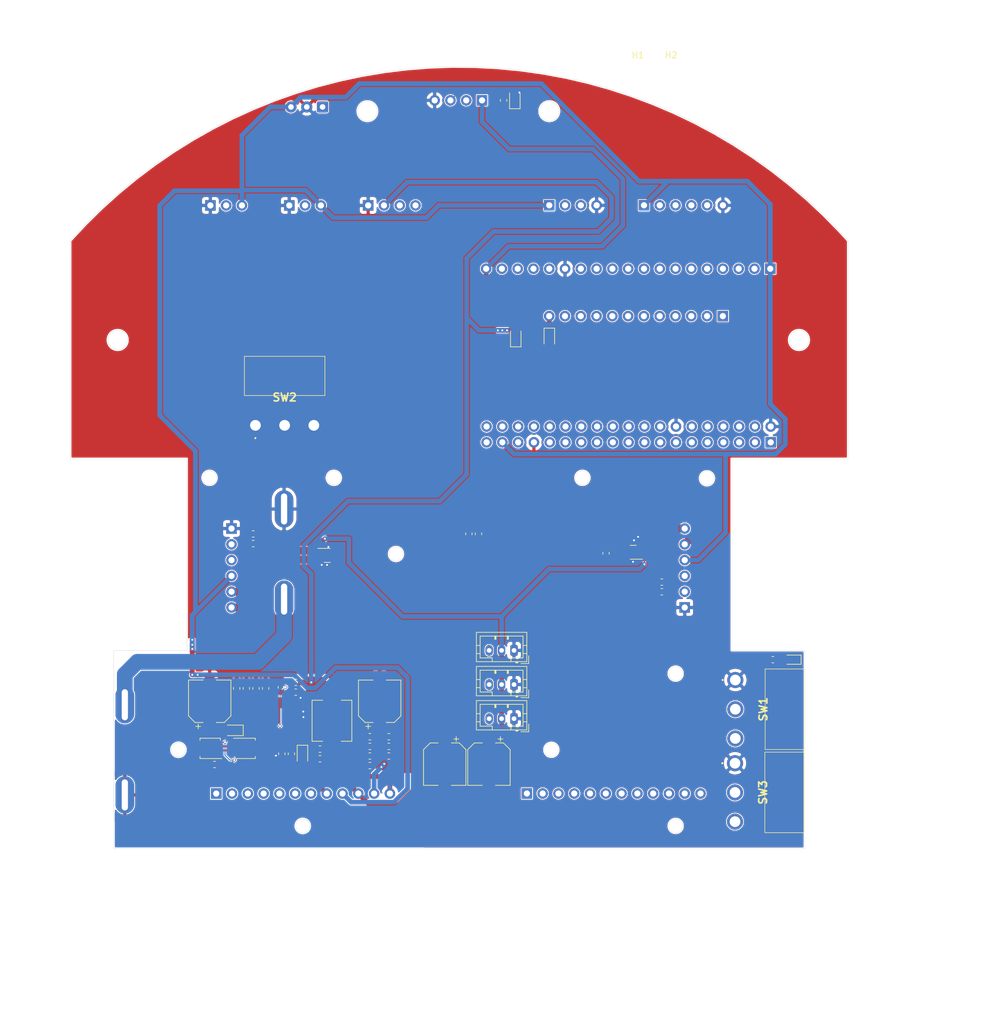
<source format=kicad_pcb>
(kicad_pcb (version 20171130) (host pcbnew "(5.1.8)-1")
  (layers (0 F.Cu signal) (1 In1.Cu signal hide) (2 In2.Cu signal hide) (31 B.Cu signal) (34 B.Paste user hide) (35 F.Paste user hide) (36 B.SilkS user hide) (37 F.SilkS user) (38 B.Mask user hide) (39 F.Mask user hide) (44 Edge.Cuts user))
  (net 0 "")
  (net 1 GND)
  (net 2 REG_VCC)
  (net 3 "Net-(C7-Pad1)")
  (net 4 "Net-(C7-Pad2)")
  (net 5 +5V)
  (net 6 GPIO16)
  (net 7 "Net-(D2-Pad1)")
  (net 8 "Net-(D3-Pad2)")
  (net 9 "Net-(D3-Pad1)")
  (net 10 GPIO33)
  (net 11 GPIO34)
  (net 12 +3V3)
  (net 13 EN)
  (net 14 GPIO36)
  (net 15 GPIO39)
  (net 16 GPIO35)
  (net 17 GPIO32)
  (net 18 GPIO25)
  (net 19 GPIO26)
  (net 20 GPIO13)
  (net 21 "Net-(J2-Pad16)")
  (net 22 "Net-(J2-Pad17)")
  (net 23 "Net-(J2-Pad18)")
  (net 24 GPIO23)
  (net 25 GPIO22)
  (net 26 GPIO14)
  (net 27 GPIO15)
  (net 28 GPIO27)
  (net 29 GPIO12)
  (net 30 "Net-(J5-Pad11)")
  (net 31 GPIO21)
  (net 32 GPIO17)
  (net 33 GPIO1)
  (net 34 GPIO19)
  (net 35 GPIO3)
  (net 36 GPIO18)
  (net 37 GPIO5)
  (net 38 GPIO4)
  (net 39 GPIO0)
  (net 40 GPIO2)
  (net 41 "Net-(J6-Pad33)")
  (net 42 "Net-(J6-Pad34)")
  (net 43 "Net-(J6-Pad36)")
  (net 44 "Net-(J6-Pad37)")
  (net 45 "Net-(J6-Pad38)")
  (net 46 SDA)
  (net 47 ML-)
  (net 48 ML+)
  (net 49 MR+)
  (net 50 MR-)
  (net 51 +BATT)
  (net 52 VBUS)
  (net 53 "Net-(R2-Pad1)")
  (net 54 "Net-(R3-Pad1)")
  (net 55 "Net-(R3-Pad2)")
  (net 56 "Net-(U1-Pad8)")
  (net 57 "Net-(TP2-Pad1)")
  (net 58 "Net-(D4-Pad1)")
  (net 59 "Net-(J5-Pad10)")
  (net 60 "Net-(D8-Pad2)")
  (net 61 "Net-(J6-Pad1)")
  (net 62 "Net-(J6-Pad3)")
  (net 63 "Net-(J6-Pad5)")
  (net 64 MOTOR_DISABLE)
  (net 65 "Net-(J7-Pad3)")
  (net 66 +5VL)
  (module unified:batterylug (layer F.Cu) (at 90.9222 106.284)
    (fp_text reference TP4 hide)
    (fp_text value TestPoint)
    (pad 1 thru_hole oval (at 0 -5) (size 3 6) (drill oval 1 5) (layers *.Cu *.Mask) (net 1 GND))
  )
  (module unified:batterylug (layer F.Cu) (at 65.2972 152.284)
    (fp_text reference TP1 hide)
    (fp_text value TestPoint)
    (pad 1 thru_hole oval (at 0 -5) (size 3 6) (drill oval 1 5) (layers *.Cu *.Mask) (net 51 +BATT))
  )
  (module unified:batterylug (layer F.Cu) (at 90.9222 120.784)
    (fp_text reference TP2 hide)
    (fp_text value TestPoint)
    (pad 1 thru_hole oval (at 0 -5) (size 3 6) (drill oval 1 5) (layers *.Cu *.Mask) (net 57 "Net-(TP2-Pad1)"))
  )
  (module unified:batterylug (layer F.Cu) (at 65.2972 137.784)
    (fp_text reference TP3 hide)
    (fp_text value TestPoint)
    (pad 1 thru_hole oval (at 0 -5) (size 3 6) (drill oval 1 5) (layers *.Cu *.Mask) (net 57 "Net-(TP2-Pad1)"))
  )
  (module Inductor_SMD:L_6.3x6.3_H3 (layer F.Cu) (at 98.625 135.35 90)
    (fp_text reference L1 hide)
    (fp_text value 5.1u)
    (pad 1 smd rect (at -2.75 0 90) (size 1.5 5.7) (layers F.Cu F.Paste F.Mask) (net 4 "Net-(C7-Pad2)"))
    (pad 2 smd rect (at 2.75 0 90) (size 1.5 5.7) (layers F.Cu F.Paste F.Mask) (net 5 +5V))
  )
  (module OptoDevice:Vishay_MINICAST-3Pin (layer F.Cu) (at 97.11 36.61 180)
    (fp_text reference U4 hide)
    (fp_text value TSSP58038)
    (pad 1 thru_hole roundrect (at 0 0 180) (size 1.8 1.8) (drill 0.9) (layers *.Cu *.Mask) (roundrect_rratio 0.139) (net 27 GPIO15))
    (pad 2 thru_hole circle (at 2.54 0 180) (size 1.8 1.8) (drill 0.9) (layers *.Cu *.Mask) (net 1 GND))
    (pad 3 thru_hole circle (at 5.08 0 180) (size 1.8 1.8) (drill 0.9) (layers *.Cu *.Mask) (net 12 +3V3))
  )
  (module Connector_PinSocket_2.54mm:PinSocket_2x19_P2.54mm_Vertical (layer F.Cu) (at 169.221 90.5614 270)
    (fp_text reference J6 hide)
    (fp_text value Conn_02x19_Odd_Even)
    (pad 1 thru_hole rect (at 0 0 270) (size 1.7 1.7) (drill 1) (layers *.Cu *.Mask) (net 61 "Net-(J6-Pad1)"))
    (pad 2 thru_hole oval (at -2.54 0 270) (size 1.7 1.7) (drill 1) (layers *.Cu *.Mask) (net 1 GND))
    (pad 3 thru_hole oval (at 0 2.54 270) (size 1.7 1.7) (drill 1) (layers *.Cu *.Mask) (net 62 "Net-(J6-Pad3)"))
    (pad 4 thru_hole oval (at -2.54 2.54 270) (size 1.7 1.7) (drill 1) (layers *.Cu *.Mask) (net 24 GPIO23))
    (pad 5 thru_hole oval (at 0 5.08 270) (size 1.7 1.7) (drill 1) (layers *.Cu *.Mask) (net 63 "Net-(J6-Pad5)"))
    (pad 6 thru_hole oval (at -2.54 5.08 270) (size 1.7 1.7) (drill 1) (layers *.Cu *.Mask) (net 25 GPIO22))
    (pad 7 thru_hole oval (at 0 7.62 270) (size 1.7 1.7) (drill 1) (layers *.Cu *.Mask) (net 31 GPIO21))
    (pad 8 thru_hole oval (at -2.54 7.62 270) (size 1.7 1.7) (drill 1) (layers *.Cu *.Mask) (net 33 GPIO1))
    (pad 9 thru_hole oval (at 0 10.16 270) (size 1.7 1.7) (drill 1) (layers *.Cu *.Mask) (net 32 GPIO17))
    (pad 10 thru_hole oval (at -2.54 10.16 270) (size 1.7 1.7) (drill 1) (layers *.Cu *.Mask) (net 35 GPIO3))
    (pad 11 thru_hole oval (at 0 12.7 270) (size 1.7 1.7) (drill 1) (layers *.Cu *.Mask) (net 6 GPIO16))
    (pad 12 thru_hole oval (at -2.54 12.7 270) (size 1.7 1.7) (drill 1) (layers *.Cu *.Mask) (net 31 GPIO21))
    (pad 13 thru_hole oval (at 0 15.24 270) (size 1.7 1.7) (drill 1) (layers *.Cu *.Mask) (net 34 GPIO19))
    (pad 14 thru_hole oval (at -2.54 15.24 270) (size 1.7 1.7) (drill 1) (layers *.Cu *.Mask) (net 1 GND))
    (pad 15 thru_hole oval (at 0 17.78 270) (size 1.7 1.7) (drill 1) (layers *.Cu *.Mask) (net 36 GPIO18))
    (pad 16 thru_hole oval (at -2.54 17.78 270) (size 1.7 1.7) (drill 1) (layers *.Cu *.Mask) (net 34 GPIO19))
    (pad 17 thru_hole oval (at 0 20.32 270) (size 1.7 1.7) (drill 1) (layers *.Cu *.Mask) (net 37 GPIO5))
    (pad 18 thru_hole oval (at -2.54 20.32 270) (size 1.7 1.7) (drill 1) (layers *.Cu *.Mask) (net 36 GPIO18))
    (pad 19 thru_hole oval (at 0 22.86 270) (size 1.7 1.7) (drill 1) (layers *.Cu *.Mask) (net 38 GPIO4))
    (pad 20 thru_hole oval (at -2.54 22.86 270) (size 1.7 1.7) (drill 1) (layers *.Cu *.Mask) (net 37 GPIO5))
    (pad 21 thru_hole oval (at 0 25.4 270) (size 1.7 1.7) (drill 1) (layers *.Cu *.Mask) (net 14 GPIO36))
    (pad 22 thru_hole oval (at -2.54 25.4 270) (size 1.7 1.7) (drill 1) (layers *.Cu *.Mask) (net 32 GPIO17))
    (pad 23 thru_hole oval (at 0 27.94 270) (size 1.7 1.7) (drill 1) (layers *.Cu *.Mask) (net 15 GPIO39))
    (pad 24 thru_hole oval (at -2.54 27.94 270) (size 1.7 1.7) (drill 1) (layers *.Cu *.Mask) (net 6 GPIO16))
    (pad 25 thru_hole oval (at 0 30.48 270) (size 1.7 1.7) (drill 1) (layers *.Cu *.Mask) (net 11 GPIO34))
    (pad 26 thru_hole oval (at -2.54 30.48 270) (size 1.7 1.7) (drill 1) (layers *.Cu *.Mask) (net 38 GPIO4))
    (pad 27 thru_hole oval (at 0 33.02 270) (size 1.7 1.7) (drill 1) (layers *.Cu *.Mask) (net 18 GPIO25))
    (pad 28 thru_hole oval (at -2.54 33.02 270) (size 1.7 1.7) (drill 1) (layers *.Cu *.Mask) (net 39 GPIO0))
    (pad 29 thru_hole oval (at 0 35.56 270) (size 1.7 1.7) (drill 1) (layers *.Cu *.Mask) (net 19 GPIO26))
    (pad 30 thru_hole oval (at -2.54 35.56 270) (size 1.7 1.7) (drill 1) (layers *.Cu *.Mask) (net 40 GPIO2))
    (pad 31 thru_hole oval (at 0 38.1 270) (size 1.7 1.7) (drill 1) (layers *.Cu *.Mask) (net 1 GND))
    (pad 32 thru_hole oval (at -2.54 38.1 270) (size 1.7 1.7) (drill 1) (layers *.Cu *.Mask) (net 27 GPIO15))
    (pad 33 thru_hole oval (at 0 40.64 270) (size 1.7 1.7) (drill 1) (layers *.Cu *.Mask) (net 41 "Net-(J6-Pad33)"))
    (pad 34 thru_hole oval (at -2.54 40.64 270) (size 1.7 1.7) (drill 1) (layers *.Cu *.Mask) (net 42 "Net-(J6-Pad34)"))
    (pad 35 thru_hole oval (at 0 43.18 270) (size 1.7 1.7) (drill 1) (layers *.Cu *.Mask) (net 12 +3V3))
    (pad 36 thru_hole oval (at -2.54 43.18 270) (size 1.7 1.7) (drill 1) (layers *.Cu *.Mask) (net 43 "Net-(J6-Pad36)"))
    (pad 37 thru_hole oval (at 0 45.72 270) (size 1.7 1.7) (drill 1) (layers *.Cu *.Mask) (net 44 "Net-(J6-Pad37)"))
    (pad 38 thru_hole oval (at -2.54 45.72 270) (size 1.7 1.7) (drill 1) (layers *.Cu *.Mask) (net 45 "Net-(J6-Pad38)"))
  )
  (module Connector_PinSocket_2.54mm:PinSocket_1x12_P2.54mm_Vertical (layer F.Cu) (at 161.514 70.2615 270)
    (fp_text reference J5 hide)
    (fp_text value THING)
    (pad 1 thru_hole rect (at 0 0 270) (size 1.7 1.7) (drill 1) (layers *.Cu *.Mask) (net 24 GPIO23))
    (pad 2 thru_hole oval (at 0 2.54 270) (size 1.7 1.7) (drill 1) (layers *.Cu *.Mask) (net 25 GPIO22))
    (pad 3 thru_hole oval (at 0 5.08 270) (size 1.7 1.7) (drill 1) (layers *.Cu *.Mask) (net 26 GPIO14))
    (pad 4 thru_hole oval (at 0 7.62 270) (size 1.7 1.7) (drill 1) (layers *.Cu *.Mask) (net 17 GPIO32))
    (pad 5 thru_hole oval (at 0 10.16 270) (size 1.7 1.7) (drill 1) (layers *.Cu *.Mask) (net 27 GPIO15))
    (pad 6 thru_hole oval (at 0 12.7 270) (size 1.7 1.7) (drill 1) (layers *.Cu *.Mask) (net 10 GPIO33))
    (pad 7 thru_hole oval (at 0 15.24 270) (size 1.7 1.7) (drill 1) (layers *.Cu *.Mask) (net 28 GPIO27))
    (pad 8 thru_hole oval (at 0 17.78 270) (size 1.7 1.7) (drill 1) (layers *.Cu *.Mask) (net 29 GPIO12))
    (pad 9 thru_hole oval (at 0 20.32 270) (size 1.7 1.7) (drill 1) (layers *.Cu *.Mask) (net 20 GPIO13))
    (pad 10 thru_hole oval (at 0 22.86 270) (size 1.7 1.7) (drill 1) (layers *.Cu *.Mask) (net 59 "Net-(J5-Pad10)"))
    (pad 11 thru_hole oval (at 0 25.4 270) (size 1.7 1.7) (drill 1) (layers *.Cu *.Mask) (net 30 "Net-(J5-Pad11)"))
    (pad 12 thru_hole oval (at 0 27.94 270) (size 1.7 1.7) (drill 1) (layers *.Cu *.Mask) (net 58 "Net-(D4-Pad1)"))
  )
  (module Connector_PinSocket_2.54mm:PinSocket_1x06_P2.54mm_Vertical (layer F.Cu) (at 148.829 52.4295 90)
    (fp_text reference J8 hide)
    (fp_text value SPI)
    (pad 1 thru_hole rect (at 0 0 90) (size 1.7 1.7) (drill 1) (layers *.Cu *.Mask) (net 12 +3V3))
    (pad 2 thru_hole oval (at 0 2.54 90) (size 1.7 1.7) (drill 1) (layers *.Cu *.Mask) (net 24 GPIO23))
    (pad 3 thru_hole oval (at 0 5.08 90) (size 1.7 1.7) (drill 1) (layers *.Cu *.Mask) (net 34 GPIO19))
    (pad 4 thru_hole oval (at 0 7.62 90) (size 1.7 1.7) (drill 1) (layers *.Cu *.Mask) (net 36 GPIO18))
    (pad 5 thru_hole oval (at 0 10.16 90) (size 1.7 1.7) (drill 1) (layers *.Cu *.Mask) (net 37 GPIO5))
    (pad 6 thru_hole oval (at 0 12.7 90) (size 1.7 1.7) (drill 1) (layers *.Cu *.Mask) (net 1 GND))
  )
  (module Connector_PinSocket_2.54mm:PinSocket_1x04_P2.54mm_Vertical (layer F.Cu) (at 133.589 52.4295 90)
    (fp_text reference J9 hide)
    (fp_text value i2c)
    (pad 4 thru_hole oval (at 0 7.62 90) (size 1.7 1.7) (drill 1) (layers *.Cu *.Mask) (net 1 GND))
    (pad 3 thru_hole oval (at 0 5.08 90) (size 1.7 1.7) (drill 1) (layers *.Cu *.Mask) (net 46 SDA))
    (pad 2 thru_hole oval (at 0 2.54 90) (size 1.7 1.7) (drill 1) (layers *.Cu *.Mask) (net 25 GPIO22))
    (pad 1 thru_hole rect (at 0 0 90) (size 1.7 1.7) (drill 1) (layers *.Cu *.Mask) (net 12 +3V3))
  )
  (module Connector_PinSocket_2.54mm:PinSocket_1x04_P2.54mm_Vertical (layer F.Cu) (at 122.77 35.55 270)
    (fp_text reference J7 hide)
    (fp_text value Ultrasonic. hide)
    (pad 1 thru_hole rect (at 0 0 270) (size 1.7 1.7) (drill 1) (layers *.Cu *.Mask) (net 66 +5VL))
    (pad 2 thru_hole oval (at 0 2.54 270) (size 1.7 1.7) (drill 1) (layers *.Cu *.Mask) (net 6 GPIO16))
    (pad 3 thru_hole oval (at 0 5.08 270) (size 1.7 1.7) (drill 1) (layers *.Cu *.Mask) (net 65 "Net-(J7-Pad3)"))
    (pad 4 thru_hole oval (at 0 7.62 270) (size 1.7 1.7) (drill 1) (layers *.Cu *.Mask) (net 1 GND))
  )
  (module Connector_PinSocket_2.54mm:PinSocket_1x04_P2.54mm_Vertical (layer F.Cu) (at 104.45 52.45 90)
    (fp_text reference J1 hide)
    (fp_text value ServoAnalog)
    (pad 1 thru_hole rect (at 0 0 90) (size 1.7 1.7) (drill 1) (layers *.Cu *.Mask) (net 1 GND))
    (pad 2 thru_hole oval (at 0 2.54 90) (size 1.7 1.7) (drill 1) (layers *.Cu *.Mask) (net 5 +5V))
    (pad 3 thru_hole oval (at 0 5.08 90) (size 1.7 1.7) (drill 1) (layers *.Cu *.Mask) (net 10 GPIO33))
    (pad 4 thru_hole oval (at 0 7.62 90) (size 1.7 1.7) (drill 1) (layers *.Cu *.Mask) (net 11 GPIO34))
  )
  (module Connector_PinSocket_2.54mm:PinSocket_1x19_P2.54mm_Vertical (layer F.Cu) (at 169.149 62.6395 270)
    (fp_text reference J2 hide)
    (fp_text value Conn_01x19_Female)
    (pad 1 thru_hole rect (at 0 0 270) (size 1.7 1.7) (drill 1) (layers *.Cu *.Mask) (net 12 +3V3))
    (pad 2 thru_hole oval (at 0 2.54 270) (size 1.7 1.7) (drill 1) (layers *.Cu *.Mask) (net 13 EN))
    (pad 3 thru_hole oval (at 0 5.08 270) (size 1.7 1.7) (drill 1) (layers *.Cu *.Mask) (net 14 GPIO36))
    (pad 4 thru_hole oval (at 0 7.62 270) (size 1.7 1.7) (drill 1) (layers *.Cu *.Mask) (net 15 GPIO39))
    (pad 5 thru_hole oval (at 0 10.16 270) (size 1.7 1.7) (drill 1) (layers *.Cu *.Mask) (net 11 GPIO34))
    (pad 6 thru_hole oval (at 0 12.7 270) (size 1.7 1.7) (drill 1) (layers *.Cu *.Mask) (net 16 GPIO35))
    (pad 7 thru_hole oval (at 0 15.24 270) (size 1.7 1.7) (drill 1) (layers *.Cu *.Mask) (net 17 GPIO32))
    (pad 8 thru_hole oval (at 0 17.78 270) (size 1.7 1.7) (drill 1) (layers *.Cu *.Mask) (net 10 GPIO33))
    (pad 9 thru_hole oval (at 0 20.32 270) (size 1.7 1.7) (drill 1) (layers *.Cu *.Mask) (net 18 GPIO25))
    (pad 10 thru_hole oval (at 0 22.86 270) (size 1.7 1.7) (drill 1) (layers *.Cu *.Mask) (net 19 GPIO26))
    (pad 11 thru_hole oval (at 0 25.4 270) (size 1.7 1.7) (drill 1) (layers *.Cu *.Mask) (net 28 GPIO27))
    (pad 12 thru_hole oval (at 0 27.94 270) (size 1.7 1.7) (drill 1) (layers *.Cu *.Mask) (net 26 GPIO14))
    (pad 13 thru_hole oval (at 0 30.48 270) (size 1.7 1.7) (drill 1) (layers *.Cu *.Mask) (net 29 GPIO12))
    (pad 14 thru_hole oval (at 0 33.02 270) (size 1.7 1.7) (drill 1) (layers *.Cu *.Mask) (net 1 GND))
    (pad 15 thru_hole oval (at 0 35.56 270) (size 1.7 1.7) (drill 1) (layers *.Cu *.Mask) (net 20 GPIO13))
    (pad 16 thru_hole oval (at 0 38.1 270) (size 1.7 1.7) (drill 1) (layers *.Cu *.Mask) (net 21 "Net-(J2-Pad16)"))
    (pad 17 thru_hole oval (at 0 40.64 270) (size 1.7 1.7) (drill 1) (layers *.Cu *.Mask) (net 22 "Net-(J2-Pad17)"))
    (pad 18 thru_hole oval (at 0 43.18 270) (size 1.7 1.7) (drill 1) (layers *.Cu *.Mask) (net 23 "Net-(J2-Pad18)"))
    (pad 19 thru_hole oval (at 0 45.72 270) (size 1.7 1.7) (drill 1) (layers *.Cu *.Mask) (net 66 +5VL))
  )
  (module Connector_PinSocket_2.54mm:PinSocket_1x03_P2.54mm_Vertical (layer F.Cu) (at 91.76 52.4545 90)
    (fp_text reference J4 hide)
    (fp_text value LineSensor)
    (pad 3 thru_hole oval (at 0 5.08 90) (size 1.7 1.7) (drill 1) (layers *.Cu *.Mask) (net 12 +3V3))
    (pad 2 thru_hole oval (at 0 2.54 90) (size 1.7 1.7) (drill 1) (layers *.Cu *.Mask) (net 15 GPIO39))
    (pad 1 thru_hole rect (at 0 0 90) (size 1.7 1.7) (drill 1) (layers *.Cu *.Mask) (net 1 GND))
  )
  (module Connector_PinSocket_2.54mm:PinSocket_1x03_P2.54mm_Vertical (layer F.Cu) (at 79.06 52.4545 90)
    (fp_text reference J3 hide)
    (fp_text value LineSensor)
    (pad 1 thru_hole rect (at 0 0 90) (size 1.7 1.7) (drill 1) (layers *.Cu *.Mask) (net 1 GND))
    (pad 2 thru_hole oval (at 0 2.54 90) (size 1.7 1.7) (drill 1) (layers *.Cu *.Mask) (net 14 GPIO36))
    (pad 3 thru_hole oval (at 0 5.08 90) (size 1.7 1.7) (drill 1) (layers *.Cu *.Mask) (net 12 +3V3))
  )
  (module Connector_PinSocket_2.54mm:PinSocket_1x06_P2.54mm_Vertical (layer F.Cu) (at 155.382 117.134 180)
    (fp_text reference J13 hide)
    (fp_text value ROMI-Encoder)
    (pad 1 thru_hole rect (at 0 0 180) (size 1.7 1.7) (drill 1) (layers *.Cu *.Mask) (net 1 GND))
    (pad 2 thru_hole oval (at 0 2.54 180) (size 1.7 1.7) (drill 1) (layers *.Cu *.Mask) (net 17 GPIO32))
    (pad 3 thru_hole oval (at 0 5.08 180) (size 1.7 1.7) (drill 1) (layers *.Cu *.Mask) (net 26 GPIO14))
    (pad 4 thru_hole oval (at 0 7.62 180) (size 1.7 1.7) (drill 1) (layers *.Cu *.Mask) (net 12 +3V3))
    (pad 5 thru_hole oval (at 0 10.16 180) (size 1.7 1.7) (drill 1) (layers *.Cu *.Mask) (net 49 MR+))
    (pad 6 thru_hole oval (at 0 12.7 180) (size 1.7 1.7) (drill 1) (layers *.Cu *.Mask) (net 50 MR-))
  )
  (module Connector_PinSocket_2.54mm:PinSocket_1x12_P2.54mm_Vertical (layer F.Cu) (at 129.987 147.059 90)
    (fp_text reference J14 hide)
    (fp_text value THING)
    (pad 12 thru_hole oval (at 0 27.94 90) (size 1.7 1.7) (drill 1) (layers *.Cu *.Mask) (net 20 GPIO13))
    (pad 11 thru_hole oval (at 0 25.4 90) (size 1.7 1.7) (drill 1) (layers *.Cu *.Mask) (net 26 GPIO14))
    (pad 10 thru_hole oval (at 0 22.86 90) (size 1.7 1.7) (drill 1) (layers *.Cu *.Mask) (net 27 GPIO15))
    (pad 9 thru_hole oval (at 0 20.32 90) (size 1.7 1.7) (drill 1) (layers *.Cu *.Mask) (net 36 GPIO18))
    (pad 8 thru_hole oval (at 0 17.78 90) (size 1.7 1.7) (drill 1) (layers *.Cu *.Mask) (net 34 GPIO19))
    (pad 7 thru_hole oval (at 0 15.24 90) (size 1.7 1.7) (drill 1) (layers *.Cu *.Mask) (net 31 GPIO21))
    (pad 6 thru_hole oval (at 0 12.7 90) (size 1.7 1.7) (drill 1) (layers *.Cu *.Mask) (net 24 GPIO23))
    (pad 5 thru_hole oval (at 0 10.16 90) (size 1.7 1.7) (drill 1) (layers *.Cu *.Mask) (net 18 GPIO25))
    (pad 4 thru_hole oval (at 0 7.62 90) (size 1.7 1.7) (drill 1) (layers *.Cu *.Mask) (net 19 GPIO26))
    (pad 3 thru_hole oval (at 0 5.08 90) (size 1.7 1.7) (drill 1) (layers *.Cu *.Mask) (net 28 GPIO27))
    (pad 2 thru_hole oval (at 0 2.54 90) (size 1.7 1.7) (drill 1) (layers *.Cu *.Mask) (net 17 GPIO32))
    (pad 1 thru_hole rect (at 0 0 90) (size 1.7 1.7) (drill 1) (layers *.Cu *.Mask) (net 16 GPIO35))
  )
  (module Connector_PinSocket_2.54mm:PinSocket_1x06_P2.54mm_Vertical (layer F.Cu) (at 82.4622 104.434)
    (fp_text reference J12 hide)
    (fp_text value ROMI-Encoder)
    (pad 6 thru_hole oval (at 0 12.7) (size 1.7 1.7) (drill 1) (layers *.Cu *.Mask) (net 47 ML-))
    (pad 5 thru_hole oval (at 0 10.16) (size 1.7 1.7) (drill 1) (layers *.Cu *.Mask) (net 48 ML+))
    (pad 4 thru_hole oval (at 0 7.62) (size 1.7 1.7) (drill 1) (layers *.Cu *.Mask) (net 12 +3V3))
    (pad 3 thru_hole oval (at 0 5.08) (size 1.7 1.7) (drill 1) (layers *.Cu *.Mask) (net 28 GPIO27))
    (pad 2 thru_hole oval (at 0 2.54) (size 1.7 1.7) (drill 1) (layers *.Cu *.Mask) (net 19 GPIO26))
    (pad 1 thru_hole rect (at 0 0) (size 1.7 1.7) (drill 1) (layers *.Cu *.Mask) (net 1 GND))
  )
  (module Connector_PinSocket_2.54mm:PinSocket_1x12_P2.54mm_Vertical (layer F.Cu) (at 80.0056 147.068 90)
    (fp_text reference J15 hide)
    (fp_text value THING)
    (pad 1 thru_hole rect (at 0 0 90) (size 1.7 1.7) (drill 1) (layers *.Cu *.Mask) (net 37 GPIO5))
    (pad 2 thru_hole oval (at 0 2.54 90) (size 1.7 1.7) (drill 1) (layers *.Cu *.Mask) (net 38 GPIO4))
    (pad 3 thru_hole oval (at 0 5.08 90) (size 1.7 1.7) (drill 1) (layers *.Cu *.Mask) (net 35 GPIO3))
    (pad 4 thru_hole oval (at 0 7.62 90) (size 1.7 1.7) (drill 1) (layers *.Cu *.Mask) (net 33 GPIO1))
    (pad 5 thru_hole oval (at 0 10.16 90) (size 1.7 1.7) (drill 1) (layers *.Cu *.Mask) (net 46 SDA))
    (pad 6 thru_hole oval (at 0 12.7 90) (size 1.7 1.7) (drill 1) (layers *.Cu *.Mask) (net 25 GPIO22))
    (pad 7 thru_hole oval (at 0 15.24 90) (size 1.7 1.7) (drill 1) (layers *.Cu *.Mask) (net 29 GPIO12))
    (pad 8 thru_hole oval (at 0 17.78 90) (size 1.7 1.7) (drill 1) (layers *.Cu *.Mask) (net 51 +BATT))
    (pad 9 thru_hole oval (at 0 20.32 90) (size 1.7 1.7) (drill 1) (layers *.Cu *.Mask) (net 12 +3V3))
    (pad 10 thru_hole oval (at 0 22.86 90) (size 1.7 1.7) (drill 1) (layers *.Cu *.Mask) (net 52 VBUS))
    (pad 11 thru_hole oval (at 0 25.4 90) (size 1.7 1.7) (drill 1) (layers *.Cu *.Mask) (net 5 +5V))
    (pad 12 thru_hole oval (at 0 27.94 90) (size 1.7 1.7) (drill 1) (layers *.Cu *.Mask) (net 1 GND))
  )
  (module Capacitor_SMD:CP_Elec_6.3x3.9 (layer F.Cu) (at 78.95 132.225 90)
    (fp_text reference C1 hide)
    (fp_text value 220u)
    (pad 2 smd roundrect (at 2.7 0 90) (size 3.5 1.6) (layers F.Cu F.Paste F.Mask) (roundrect_rratio 0.15625) (net 1 GND))
    (pad 1 smd roundrect (at -2.7 0 90) (size 3.5 1.6) (layers F.Cu F.Paste F.Mask) (roundrect_rratio 0.15625) (net 52 VBUS))
  )
  (module Capacitor_SMD:C_0603_1608Metric (layer F.Cu) (at 84.85 130.15 90)
    (fp_text reference C2 hide)
    (fp_text value 10u)
    (pad 2 smd roundrect (at 0.7875 0 90) (size 0.875 0.95) (layers F.Cu F.Paste F.Mask) (net 1 GND))
    (pad 1 smd roundrect (at -0.7875 0 90) (size 0.875 0.95) (layers F.Cu F.Paste F.Mask) (net 52 VBUS))
  )
  (module Capacitor_SMD:C_0603_1608Metric (layer F.Cu) (at 86.4 130.15 90)
    (fp_text reference C3 hide)
    (fp_text value 10u)
    (pad 2 smd roundrect (at 0.7875 0 90) (size 0.875 0.95) (layers F.Cu F.Paste F.Mask) (net 1 GND))
    (pad 1 smd roundrect (at -0.7875 0 90) (size 0.875 0.95) (layers F.Cu F.Paste F.Mask) (net 52 VBUS))
  )
  (module Capacitor_SMD:C_0603_1608Metric (layer F.Cu) (at 87.95 130.15 90)
    (fp_text reference C4 hide)
    (fp_text value 0.1u)
    (pad 1 smd roundrect (at -0.7875 0 90) (size 0.875 0.95) (layers F.Cu F.Paste F.Mask) (net 52 VBUS))
    (pad 2 smd roundrect (at 0.7875 0 90) (size 0.875 0.95) (layers F.Cu F.Paste F.Mask) (net 1 GND))
  )
  (module Capacitor_SMD:C_0603_1608Metric (layer F.Cu) (at 83.3 130.15 90)
    (fp_text reference C5 hide)
    (fp_text value 0.1u)
    (pad 2 smd roundrect (at 0.7875 0 90) (size 0.875 0.95) (layers F.Cu F.Paste F.Mask) (net 1 GND))
    (pad 1 smd roundrect (at -0.7875 0 90) (size 0.875 0.95) (layers F.Cu F.Paste F.Mask) (net 52 VBUS))
  )
  (module Capacitor_SMD:C_0603_1608Metric (layer F.Cu) (at 90.55 140.675 270)
    (fp_text reference C6 hide)
    (fp_text value 0.1u)
    (pad 1 smd roundrect (at -0.7875 0 270) (size 0.875 0.95) (layers F.Cu F.Paste F.Mask) (net 2 REG_VCC))
    (pad 2 smd roundrect (at 0.7875 0 270) (size 0.875 0.95) (layers F.Cu F.Paste F.Mask) (net 1 GND))
  )
  (module Capacitor_SMD:C_0603_1608Metric (layer F.Cu) (at 96.7 139.925)
    (fp_text reference C7 hide)
    (fp_text value 0.1u)
    (pad 1 smd roundrect (at -0.7875 0) (size 0.875 0.95) (layers F.Cu F.Paste F.Mask) (net 3 "Net-(C7-Pad1)"))
    (pad 2 smd roundrect (at 0.7875 0) (size 0.875 0.95) (layers F.Cu F.Paste F.Mask) (net 4 "Net-(C7-Pad2)"))
  )
  (module Capacitor_SMD:C_0603_1608Metric (layer F.Cu) (at 107.775 141.025)
    (fp_text reference C8 hide)
    (fp_text value 0.1u)
    (pad 1 smd roundrect (at -0.7875 0) (size 0.875 0.95) (layers F.Cu F.Paste F.Mask) (net 5 +5V))
    (pad 2 smd roundrect (at 0.7875 0) (size 0.875 0.95) (layers F.Cu F.Paste F.Mask) (net 1 GND))
  )
  (module Capacitor_SMD:C_0603_1608Metric (layer F.Cu) (at 107.775 137.925)
    (fp_text reference C9 hide)
    (fp_text value 1u)
    (pad 2 smd roundrect (at 0.7875 0) (size 0.875 0.95) (layers F.Cu F.Paste F.Mask) (net 1 GND))
    (pad 1 smd roundrect (at -0.7875 0) (size 0.875 0.95) (layers F.Cu F.Paste F.Mask) (net 5 +5V))
  )
  (module Capacitor_SMD:C_0603_1608Metric (layer F.Cu) (at 107.775 139.475)
    (fp_text reference C10 hide)
    (fp_text value 10u)
    (pad 1 smd roundrect (at -0.7875 0) (size 0.875 0.95) (layers F.Cu F.Paste F.Mask) (net 5 +5V))
    (pad 2 smd roundrect (at 0.7875 0) (size 0.875 0.95) (layers F.Cu F.Paste F.Mask) (net 1 GND))
  )
  (module Capacitor_SMD:C_0603_1608Metric (layer F.Cu) (at 104.725 137.925 180)
    (fp_text reference C11 hide)
    (fp_text value 10u)
    (pad 2 smd roundrect (at 0.7875 0 180) (size 0.875 0.95) (layers F.Cu F.Paste F.Mask) (net 1 GND))
    (pad 1 smd roundrect (at -0.7875 0 180) (size 0.875 0.95) (layers F.Cu F.Paste F.Mask) (net 5 +5V))
  )
  (module Capacitor_SMD:C_0603_1608Metric (layer F.Cu) (at 104.725 141.025 180)
    (fp_text reference C12 hide)
    (fp_text value 10u)
    (pad 1 smd roundrect (at -0.7875 0 180) (size 0.875 0.95) (layers F.Cu F.Paste F.Mask) (net 5 +5V))
    (pad 2 smd roundrect (at 0.7875 0 180) (size 0.875 0.95) (layers F.Cu F.Paste F.Mask) (net 1 GND))
  )
  (module Capacitor_SMD:C_0603_1608Metric (layer F.Cu) (at 104.725 139.475 180)
    (fp_text reference C13 hide)
    (fp_text value 4.7)
    (pad 1 smd roundrect (at -0.7875 0 180) (size 0.875 0.95) (layers F.Cu F.Paste F.Mask) (net 5 +5V))
    (pad 2 smd roundrect (at 0.7875 0 180) (size 0.875 0.95) (layers F.Cu F.Paste F.Mask) (net 1 GND))
  )
  (module Capacitor_SMD:C_0603_1608Metric (layer F.Cu) (at 104.725 142.575 180)
    (fp_text reference C14 hide)
    (fp_text value 4.7)
    (pad 2 smd roundrect (at 0.7875 0 180) (size 0.875 0.95) (layers F.Cu F.Paste F.Mask) (net 1 GND))
    (pad 1 smd roundrect (at -0.7875 0 180) (size 0.875 0.95) (layers F.Cu F.Paste F.Mask) (net 5 +5V))
  )
  (module Capacitor_SMD:CP_Elec_6.3x3.9 (layer F.Cu) (at 106.3 132.225 90)
    (fp_text reference C15 hide)
    (fp_text value 220u)
    (pad 1 smd roundrect (at -2.7 0 90) (size 3.5 1.6) (layers F.Cu F.Paste F.Mask) (roundrect_rratio 0.15625) (net 5 +5V))
    (pad 2 smd roundrect (at 2.7 0 90) (size 3.5 1.6) (layers F.Cu F.Paste F.Mask) (roundrect_rratio 0.15625) (net 1 GND))
  )
  (module Diode_SMD:D_SOD-323F (layer F.Cu) (at 128.05 35.4 90)
    (fp_text reference D1 hide)
    (fp_text value D_Zener)
    (pad 1 smd rect (at -1.1 0 90) (size 0.5 0.5) (layers F.Cu F.Paste F.Mask) (net 32 GPIO17))
    (pad 2 smd rect (at 1.1 0 90) (size 0.5 0.5) (layers F.Cu F.Paste F.Mask) (net 1 GND))
  )
  (module Diode_SMD:D_SOD-323F (layer F.Cu) (at 93.875 140.8 270)
    (fp_text reference D2 hide)
    (fp_text value PMEG4005EJ,115)
    (pad 1 smd rect (at -1.1 0 270) (size 0.5 0.5) (layers F.Cu F.Paste F.Mask) (net 7 "Net-(D2-Pad1)"))
    (pad 2 smd rect (at 1.1 0 270) (size 0.5 0.5) (layers F.Cu F.Paste F.Mask) (net 2 REG_VCC))
  )
  (module Diode_SMD:D_SOD-323F (layer F.Cu) (at 82.85 136.9 180)
    (fp_text reference D3 hide)
    (fp_text value D)
    (pad 2 smd rect (at 1.1 0 180) (size 0.5 0.5) (layers F.Cu F.Paste F.Mask) (net 8 "Net-(D3-Pad2)"))
    (pad 1 smd rect (at -1.1 0 180) (size 0.5 0.5) (layers F.Cu F.Paste F.Mask) (net 9 "Net-(D3-Pad1)"))
  )
  (module Package_SO:Vishay_PowerPAK_1212-8_Single (layer F.Cu) (at 79.03 139.8 180)
    (fp_text reference Q1 hide)
    (fp_text value SiS415DNT)
    (pad 5 smd custom (at 0.5575 0 180) (size 1.725 2.235) (layers F.Cu F.Paste F.Mask) (net 51 +BATT) (options (clearance outline) (anchor rect)) (primitives (gr_poly (pts (xy 0.8625 0.1275) (xy 0.8625 -0.1275) (xy 1.3725 -0.1275) (xy 1.3725 -0.5325) (xy 0.8625 -0.5325) (xy 0.8625 -0.7875) (xy 1.3725 -0.7875) (xy 1.3725 -1.195) (xy 0.6125 -1.195) (xy 0.6125 1.195) (xy 1.3725 1.195) (xy 1.3725 0.7875) (xy 0.8625 0.7875) (xy 0.8625 0.5325) (xy 1.3725 0.5325) (xy 1.3725 0.1275)) (width 0))))
    (pad 4 smd rect (at -1.435 0.99 180) (size 0.99 0.405) (layers F.Cu F.Paste F.Mask) (net 8 "Net-(D3-Pad2)"))
    (pad 3 smd rect (at -1.435 0.33 180) (size 0.99 0.405) (layers F.Cu F.Paste F.Mask) (net 9 "Net-(D3-Pad1)"))
    (pad 2 smd rect (at -1.435 -0.33 180) (size 0.99 0.405) (layers F.Cu F.Paste F.Mask) (net 9 "Net-(D3-Pad1)"))
    (pad 1 smd rect (at -1.435 -0.99 180) (size 0.99 0.405) (layers F.Cu F.Paste F.Mask) (net 9 "Net-(D3-Pad1)"))
  )
  (module Package_SO:Vishay_PowerPAK_1212-8_Single (layer F.Cu) (at 84.65 139.8)
    (fp_text reference Q2 hide)
    (fp_text value SiS415DNT)
    (pad 1 smd rect (at -1.435 -0.99) (size 0.99 0.405) (layers F.Cu F.Paste F.Mask) (net 9 "Net-(D3-Pad1)"))
    (pad 2 smd rect (at -1.435 -0.33) (size 0.99 0.405) (layers F.Cu F.Paste F.Mask) (net 9 "Net-(D3-Pad1)"))
    (pad 3 smd rect (at -1.435 0.33) (size 0.99 0.405) (layers F.Cu F.Paste F.Mask) (net 9 "Net-(D3-Pad1)"))
    (pad 4 smd rect (at -1.435 0.99) (size 0.99 0.405) (layers F.Cu F.Paste F.Mask) (net 8 "Net-(D3-Pad2)"))
    (pad 5 smd custom (at 0.5575 0) (size 1.725 2.235) (layers F.Cu F.Paste F.Mask) (net 52 VBUS) (options (clearance outline) (anchor rect)) (primitives (gr_poly (pts (xy 0.8625 0.1275) (xy 0.8625 -0.1275) (xy 1.3725 -0.1275) (xy 1.3725 -0.5325) (xy 0.8625 -0.5325) (xy 0.8625 -0.7875) (xy 1.3725 -0.7875) (xy 1.3725 -1.195) (xy 0.6125 -1.195) (xy 0.6125 1.195) (xy 1.3725 1.195) (xy 1.3725 0.7875) (xy 0.8625 0.7875) (xy 0.8625 0.5325) (xy 1.3725 0.5325) (xy 1.3725 0.1275)) (width 0))))
  )
  (module Resistor_SMD:R_0603_1608Metric (layer F.Cu) (at 92.1 140.675 270)
    (fp_text reference R2 hide)
    (fp_text value 270k)
    (pad 1 smd roundrect (at -0.7875 0 270) (size 0.875 0.95) (layers F.Cu F.Paste F.Mask) (net 53 "Net-(R2-Pad1)"))
    (pad 2 smd roundrect (at 0.7875 0 270) (size 0.875 0.95) (layers F.Cu F.Paste F.Mask) (net 52 VBUS))
  )
  (module Resistor_SMD:R_0603_1608Metric (layer F.Cu) (at 90.475 129.975 90)
    (fp_text reference R3 hide)
    (fp_text value 51.1k)
    (pad 1 smd roundrect (at -0.7875 0 90) (size 0.875 0.95) (layers F.Cu F.Paste F.Mask) (net 54 "Net-(R3-Pad1)"))
    (pad 2 smd roundrect (at 0.7875 0 90) (size 0.875 0.95) (layers F.Cu F.Paste F.Mask) (net 55 "Net-(R3-Pad2)"))
  )
  (module Resistor_SMD:R_0603_1608Metric (layer F.Cu) (at 96.7 141.475 180)
    (fp_text reference R4 hide)
    (fp_text value 22.1)
    (pad 2 smd roundrect (at 0.7875 0 180) (size 0.875 0.95) (layers F.Cu F.Paste F.Mask) (net 7 "Net-(D2-Pad1)"))
    (pad 1 smd roundrect (at -0.7875 0 180) (size 0.875 0.95) (layers F.Cu F.Paste F.Mask) (net 3 "Net-(C7-Pad1)"))
  )
  (module Resistor_SMD:R_0603_1608Metric (layer F.Cu) (at 92.8 130.75 180)
    (fp_text reference R5 hide)
    (fp_text value 7.68k)
    (pad 2 smd roundrect (at 0.7875 0 180) (size 0.875 0.95) (layers F.Cu F.Paste F.Mask) (net 54 "Net-(R3-Pad1)"))
    (pad 1 smd roundrect (at -0.7875 0 180) (size 0.875 0.95) (layers F.Cu F.Paste F.Mask) (net 1 GND))
  )
  (module Resistor_SMD:R_0603_1608Metric (layer F.Cu) (at 92.8 129.175 180)
    (fp_text reference R6 hide)
    (fp_text value 41.2k)
    (pad 2 smd roundrect (at 0.7875 0 180) (size 0.875 0.95) (layers F.Cu F.Paste F.Mask) (net 54 "Net-(R3-Pad1)"))
    (pad 1 smd roundrect (at -0.7875 0 180) (size 0.875 0.95) (layers F.Cu F.Paste F.Mask) (net 5 +5V))
  )
  (module Resistor_SMD:R_0603_1608Metric (layer F.Cu) (at 79.725 142.4)
    (fp_text reference R7 hide)
    (fp_text value 100k)
    (pad 1 smd roundrect (at -0.7875 0) (size 0.875 0.95) (layers F.Cu F.Paste F.Mask) (net 9 "Net-(D3-Pad1)"))
    (pad 2 smd roundrect (at 0.7875 0) (size 0.875 0.95) (layers F.Cu F.Paste F.Mask) (net 8 "Net-(D3-Pad2)"))
  )
  (module Resistor_SMD:R_0603_1608Metric (layer F.Cu) (at 142.725 108.4 90)
    (fp_text reference R8 hide)
    (fp_text value 100k)
    (pad 1 smd roundrect (at -0.7875 0 90) (size 0.875 0.95) (layers F.Cu F.Paste F.Mask) (net 12 +3V3))
    (pad 2 smd roundrect (at 0.7875 0 90) (size 0.875 0.95) (layers F.Cu F.Paste F.Mask) (net 64 MOTOR_DISABLE))
  )
  (module Package_SON:WSON-8-1EP_2x2mm_P0.5mm_EP0.9x1.6mm (layer F.Cu) (at 147.1 108.25 180)
    (fp_text reference U2 hide)
    (fp_text value DRV8838)
    (pad 3 smd rect (at -0.95 0.25 180) (size 0.5 0.25) (layers F.Cu F.Paste F.Mask) (net 49 MR+))
    (pad 7 smd rect (at 0.95 -0.25 180) (size 0.5 0.25) (layers F.Cu F.Paste F.Mask) (net 64 MOTOR_DISABLE))
    (pad 8 smd rect (at 0.95 -0.75 180) (size 0.5 0.25) (layers F.Cu F.Paste F.Mask) (net 12 +3V3))
    (pad 9 smd rect (at 0 0 180) (size 0.9 1.6) (layers F.Cu F.Mask) (net 1 GND))
    (pad 1 smd rect (at -0.95 -0.75 180) (size 0.5 0.25) (layers F.Cu F.Paste F.Mask) (net 52 VBUS))
    (pad 2 smd rect (at -0.95 -0.25 180) (size 0.5 0.25) (layers F.Cu F.Paste F.Mask) (net 50 MR-))
    (pad 4 smd rect (at -0.95 0.75 180) (size 0.5 0.25) (layers F.Cu F.Paste F.Mask) (net 1 GND))
    (pad 5 smd rect (at 0.95 0.75 180) (size 0.5 0.25) (layers F.Cu F.Paste F.Mask) (net 29 GPIO12))
    (pad 6 smd rect (at 0.95 0.25 180) (size 0.5 0.25) (layers F.Cu F.Paste F.Mask) (net 18 GPIO25))
  )
  (module Package_SON:WSON-8-1EP_2x2mm_P0.5mm_EP0.9x1.6mm (layer F.Cu) (at 97.85 108.75)
    (fp_text reference U3 hide)
    (fp_text value DRV8838)
    (pad 6 smd rect (at 0.95 0.25) (size 0.5 0.25) (layers F.Cu F.Paste F.Mask) (net 38 GPIO4))
    (pad 5 smd rect (at 0.95 0.75) (size 0.5 0.25) (layers F.Cu F.Paste F.Mask) (net 20 GPIO13))
    (pad 4 smd rect (at -0.95 0.75) (size 0.5 0.25) (layers F.Cu F.Paste F.Mask) (net 1 GND))
    (pad 2 smd rect (at -0.95 -0.25) (size 0.5 0.25) (layers F.Cu F.Paste F.Mask) (net 48 ML+))
    (pad 1 smd rect (at -0.95 -0.75) (size 0.5 0.25) (layers F.Cu F.Paste F.Mask) (net 52 VBUS))
    (pad 9 smd rect (at 0 0) (size 0.9 1.6) (layers F.Cu F.Mask) (net 1 GND))
    (pad 8 smd rect (at 0.95 -0.75) (size 0.5 0.25) (layers F.Cu F.Paste F.Mask) (net 12 +3V3))
    (pad 7 smd rect (at 0.95 -0.25) (size 0.5 0.25) (layers F.Cu F.Paste F.Mask) (net 64 MOTOR_DISABLE))
    (pad 3 smd rect (at -0.95 0.25) (size 0.5 0.25) (layers F.Cu F.Paste F.Mask) (net 47 ML-))
  )
  (module Diode_SMD:D_SOD-323F (layer F.Cu) (at 133.6 73.7 270)
    (fp_text reference D4 hide)
    (fp_text value PMEG4005EJ,115)
    (pad 2 smd rect (at 1.1 0 270) (size 0.5 0.5) (layers F.Cu F.Paste F.Mask) (net 66 +5VL))
    (pad 1 smd rect (at -1.1 0 270) (size 0.5 0.5) (layers F.Cu F.Paste F.Mask) (net 58 "Net-(D4-Pad1)"))
  )
  (module Diode_SMD:D_SOD-323F (layer F.Cu) (at 128.2 73.7 90)
    (fp_text reference D5 hide)
    (fp_text value PMEG4005EJ,115)
    (pad 1 smd rect (at -1.1 0 90) (size 0.5 0.5) (layers F.Cu F.Paste F.Mask) (net 66 +5VL))
    (pad 2 smd rect (at 1.1 0 90) (size 0.5 0.5) (layers F.Cu F.Paste F.Mask) (net 5 +5V))
  )
  (module Resistor_SMD:R_0603_1608Metric (layer F.Cu) (at 151.7 114.6)
    (fp_text reference R14 hide)
    (fp_text value 100k)
    (pad 1 smd roundrect (at -0.7875 0) (size 0.875 0.95) (layers F.Cu F.Paste F.Mask) (net 12 +3V3))
    (pad 2 smd roundrect (at 0.7875 0) (size 0.875 0.95) (layers F.Cu F.Paste F.Mask) (net 17 GPIO32))
  )
  (module Resistor_SMD:R_0603_1608Metric (layer F.Cu) (at 85.95 105.3 180)
    (fp_text reference R15 hide)
    (fp_text value 100k)
    (pad 2 smd roundrect (at 0.7875 0 180) (size 0.875 0.95) (layers F.Cu F.Paste F.Mask) (net 19 GPIO26))
    (pad 1 smd roundrect (at -0.7875 0 180) (size 0.875 0.95) (layers F.Cu F.Paste F.Mask) (net 12 +3V3))
  )
  (module Resistor_SMD:R_0603_1608Metric (layer F.Cu) (at 151.7 113.05)
    (fp_text reference R16 hide)
    (fp_text value 100k)
    (pad 1 smd roundrect (at -0.7875 0) (size 0.875 0.95) (layers F.Cu F.Paste F.Mask) (net 12 +3V3))
    (pad 2 smd roundrect (at 0.7875 0) (size 0.875 0.95) (layers F.Cu F.Paste F.Mask) (net 26 GPIO14))
  )
  (module Resistor_SMD:R_0603_1608Metric (layer F.Cu) (at 85.95 106.85 180)
    (fp_text reference R17 hide)
    (fp_text value 100k)
    (pad 1 smd roundrect (at -0.7875 0 180) (size 0.875 0.95) (layers F.Cu F.Paste F.Mask) (net 12 +3V3))
    (pad 2 smd roundrect (at 0.7875 0 180) (size 0.875 0.95) (layers F.Cu F.Paste F.Mask) (net 28 GPIO27))
  )
  (module Resistor_SMD:R_0603_1608Metric (layer F.Cu) (at 169.5704 125.5268)
    (fp_text reference R25 hide)
    (fp_text value 330)
    (pad 2 smd roundrect (at 0.7875 0) (size 0.875 0.95) (layers F.Cu F.Paste F.Mask) (net 60 "Net-(D8-Pad2)"))
    (pad 1 smd roundrect (at -0.7875 0) (size 0.875 0.95) (layers F.Cu F.Paste F.Mask) (net 12 +3V3))
  )
  (module LED_SMD:LED_0603_1608Metric (layer F.Cu) (at 172.6184 125.5268 180)
    (fp_text reference D8 hide)
    (fp_text value LED)
    (pad 1 smd roundrect (at -0.7875 0 180) (size 0.875 0.95) (layers F.Cu F.Paste F.Mask) (net 64 MOTOR_DISABLE))
    (pad 2 smd roundrect (at 0.7875 0 180) (size 0.875 0.95) (layers F.Cu F.Paste F.Mask) (net 60 "Net-(D8-Pad2)"))
  )
  (module Resistor_SMD:R_0603_1608Metric (layer F.Cu) (at 126.25 35.55 90)
    (fp_text reference R1 hide)
    (fp_text value 10k)
    (pad 1 smd roundrect (at -0.7875 0 90) (size 0.875 0.95) (layers F.Cu F.Paste F.Mask) (net 32 GPIO17))
    (pad 2 smd roundrect (at 0.7875 0 90) (size 0.875 0.95) (layers F.Cu F.Paste F.Mask) (net 65 "Net-(J7-Pad3)"))
  )
  (module Resistor_SMD:R_0603_1608Metric (layer F.Cu) (at 120.65 105.288 90)
    (fp_text reference R9 hide)
    (fp_text value 10k hide)
    (pad 1 smd roundrect (at -0.7875 0 90) (size 0.875 0.95) (layers F.Cu F.Paste F.Mask) (net 46 SDA))
    (pad 2 smd roundrect (at 0.7875 0 90) (size 0.875 0.95) (layers F.Cu F.Paste F.Mask) (net 12 +3V3))
  )
  (module Resistor_SMD:R_0603_1608Metric (layer F.Cu) (at 122.2 105.288 90)
    (fp_text reference R10 hide)
    (fp_text value 10k)
    (pad 2 smd roundrect (at 0.7875 0 90) (size 0.875 0.95) (layers F.Cu F.Paste F.Mask) (net 12 +3V3))
    (pad 1 smd roundrect (at -0.7875 0 90) (size 0.875 0.95) (layers F.Cu F.Paste F.Mask) (net 25 GPIO22))
  )
  (module unified:MP4423H (layer F.Cu) (at 92.125 135.7 90)
    (fp_text reference U1 hide)
    (fp_text value MP4423H)
    (pad 1 smd rect (at -1.15 -0.95 90) (size 1.3 0.3) (layers F.Cu F.Paste F.Mask) (net 55 "Net-(R3-Pad2)"))
    (pad 2 smd rect (at -1.15 -0.3 90) (size 1.3 0.3) (layers F.Cu F.Paste F.Mask) (net 2 REG_VCC))
    (pad 3 smd rect (at -1.15 0.35 90) (size 1.3 0.3) (layers F.Cu F.Paste F.Mask) (net 53 "Net-(R2-Pad1)"))
    (pad 4 smd rect (at -1.15 1 90) (size 1.3 0.3) (layers F.Cu F.Paste F.Mask) (net 7 "Net-(D2-Pad1)"))
    (pad 6 smd rect (at 1.15 0.35 90) (size 1.3 0.3) (layers F.Cu F.Paste F.Mask) (net 4 "Net-(C7-Pad2)"))
    (pad 5 smd rect (at 1.15 1 90) (size 1.3 0.3) (layers F.Cu F.Paste F.Mask) (net 1 GND))
    (pad 8 smd rect (at 1.15 -0.95 90) (size 1.3 0.3) (layers F.Cu F.Paste F.Mask) (net 56 "Net-(U1-Pad8)"))
    (pad 7 smd rect (at 1.15 -0.3 90) (size 1.3 0.3) (layers F.Cu F.Paste F.Mask) (net 52 VBUS))
  )
  (module Connector_JST:JST_PH_B3B-PH-K_1x03_P2.00mm_Vertical (layer F.Cu) (at 127.92 135.02 180)
    (fp_text reference J16 hide)
    (fp_text value Conn_01x03_Male)
    (pad 1 thru_hole roundrect (at 0 0 180) (size 1.2 1.75) (drill 0.75) (layers *.Cu *.Mask) (roundrect_rratio 0.2083325) (net 1 GND))
    (pad 2 thru_hole oval (at 2 0 180) (size 1.2 1.75) (drill 0.75) (layers *.Cu *.Mask) (net 52 VBUS))
    (pad 3 thru_hole oval (at 4 0 180) (size 1.2 1.75) (drill 0.75) (layers *.Cu *.Mask) (net 10 GPIO33))
  )
  (module Connector_JST:JST_PH_B3B-PH-K_1x03_P2.00mm_Vertical (layer F.Cu) (at 127.92 129.53 180)
    (fp_text reference J17 hide)
    (fp_text value Conn_01x03_Male)
    (pad 3 thru_hole oval (at 4 0 180) (size 1.2 1.75) (drill 0.75) (layers *.Cu *.Mask) (net 10 GPIO33))
    (pad 2 thru_hole oval (at 2 0 180) (size 1.2 1.75) (drill 0.75) (layers *.Cu *.Mask) (net 52 VBUS))
    (pad 1 thru_hole roundrect (at 0 0 180) (size 1.2 1.75) (drill 0.75) (layers *.Cu *.Mask) (roundrect_rratio 0.2083325) (net 1 GND))
  )
  (module Connector_JST:JST_PH_B3B-PH-K_1x03_P2.00mm_Vertical (layer F.Cu) (at 127.92 124.04 180)
    (fp_text reference J18 hide)
    (fp_text value Conn_01x03_Male)
    (pad 1 thru_hole roundrect (at 0 0 180) (size 1.2 1.75) (drill 0.75) (layers *.Cu *.Mask) (roundrect_rratio 0.2083325) (net 1 GND))
    (pad 2 thru_hole oval (at 2 0 180) (size 1.2 1.75) (drill 0.75) (layers *.Cu *.Mask) (net 52 VBUS))
    (pad 3 thru_hole oval (at 4 0 180) (size 1.2 1.75) (drill 0.75) (layers *.Cu *.Mask) (net 10 GPIO33))
  )
  (module Capacitor_SMD:CP_Elec_6.3x3.9 (layer F.Cu) (at 116.77 142.34 270)
    (fp_text reference C16 hide)
    (fp_text value 220u)
    (pad 2 smd roundrect (at 2.7 0 270) (size 3.5 1.6) (layers F.Cu F.Paste F.Mask) (roundrect_rratio 0.15625) (net 1 GND))
    (pad 1 smd roundrect (at -2.7 0 270) (size 3.5 1.6) (layers F.Cu F.Paste F.Mask) (roundrect_rratio 0.15625) (net 52 VBUS))
  )
  (module Capacitor_SMD:CP_Elec_6.3x3.9 (layer F.Cu) (at 123.88 142.34 270)
    (fp_text reference C17 hide)
    (fp_text value 220u)
    (pad 1 smd roundrect (at -2.7 0 270) (size 3.5 1.6) (layers F.Cu F.Paste F.Mask) (roundrect_rratio 0.15625) (net 52 VBUS))
    (pad 2 smd roundrect (at 2.7 0 270) (size 3.5 1.6) (layers F.Cu F.Paste F.Mask) (roundrect_rratio 0.15625) (net 1 GND))
  )
  (module Fiducial:Fiducial_1mm_Mask2mm (layer F.Cu) (at 140.9 139.9)
    (fp_text reference FID1 hide)
    (fp_text value Fiducial)
    (pad "" smd circle (at 0 0) (size 1 1) (layers F.Cu F.Mask) (clearance 0.5))
  )
  (module Fiducial:Fiducial_1mm_Mask2mm (layer F.Cu) (at 83.21 95.83)
    (fp_text reference FID2 hide)
    (fp_text value Fiducial)
    (pad "" smd circle (at 0 0) (size 1 1) (layers F.Cu F.Mask) (clearance 0.5))
  )
  (module MountingHole:MountingHole_2.2mm_M2_DIN965 (layer F.Cu) (at 147.855 31.175)
    (fp_text reference H1 (at 0 -2.9) (layer F.SilkS))
    (fp_text value MountingHole)
    (pad 1 np_thru_hole circle (at 0 0) (size 2.2 2.2) (drill 2.2) (layers *.Cu *.Mask))
  )
  (module MountingHole:MountingHole_2.2mm_M2_DIN965 (layer F.Cu) (at 153.205 31.175)
    (fp_text reference H2 (at 0 -2.9) (layer F.SilkS))
    (fp_text value MountingHole)
    (pad 1 np_thru_hole circle (at 0 0) (size 2.2 2.2) (drill 2.2) (layers *.Cu *.Mask))
  )
  (module SS-12D06L5:SS12D06L5 (layer F.Cu) (at 163.5252 128.8024 270)
    (fp_text reference SW1 (at 4.7 -4.5 90) (layer F.SilkS) (effects (font (size 1.27 1.27) (thickness 0.254))))
    (fp_text value SW_SPST hide)
    (pad 1 thru_hole circle (at 0 0 270) (size 2.595 2.595) (drill 1.73) (layers *.Cu *.Mask) (net 1 GND))
    (pad 2 thru_hole circle (at 4.7 0 270) (size 2.595 2.595) (drill 1.73) (layers *.Cu *.Mask) (net 8 "Net-(D3-Pad2)"))
    (pad 3 thru_hole circle (at 9.4 0 270) (size 2.595 2.595) (drill 1.73) (layers *.Cu *.Mask))
  )
  (module SS-12D06L5:SS12D06L5 (layer F.Cu) (at 86.3092 87.8332)
    (fp_text reference SW2 (at 4.7 -4.5) (layer F.SilkS) (effects (font (size 1.27 1.27) (thickness 0.254))))
    (fp_text value SW_SPDT hide)
    (pad 1 thru_hole circle (at 0 0) (size 2.595 2.595) (drill 1.73) (layers *.Cu *.Mask) (net 24 GPIO23))
    (pad 2 thru_hole circle (at 4.7 0) (size 2.595 2.595) (drill 1.73) (layers *.Cu *.Mask) (net 46 SDA))
    (pad 3 thru_hole circle (at 9.4 0) (size 2.595 2.595) (drill 1.73) (layers *.Cu *.Mask) (net 31 GPIO21))
  )
  (module SS-12D06L5:SS12D06L5 (layer F.Cu) (at 163.4744 142.1892 270)
    (fp_text reference SW3 (at 4.7 -4.5 90) (layer F.SilkS) (effects (font (size 1.27 1.27) (thickness 0.254))))
    (fp_text value SW_SPST hide)
    (pad 3 thru_hole circle (at 9.4 0 270) (size 2.595 2.595) (drill 1.73) (layers *.Cu *.Mask))
    (pad 2 thru_hole circle (at 4.7 0 270) (size 2.595 2.595) (drill 1.73) (layers *.Cu *.Mask) (net 64 MOTOR_DISABLE))
    (pad 1 thru_hole circle (at 0 0 270) (size 2.595 2.595) (drill 1.73) (layers *.Cu *.Mask) (net 1 GND))
  )
  (gr_circle (center 78.924984 96.275012) (end 80.074982 96.275012) (layer Edge.Cuts) (width 0.05))
  (gr_line (start 174.668545 124.050683) (end 174.668545 155.902283) (layer Edge.Cuts) (width 0.05))
  (gr_line (start 162.908345 124.050683) (end 174.668545 124.050683) (layer Edge.Cuts) (width 0.05))
  (gr_line (start 162.908345 93.189684) (end 162.908345 124.050683) (layer Edge.Cuts) (width 0.05))
  (gr_line (start 75.278347 124.050683) (end 75.278347 93.189684) (layer Edge.Cuts) (width 0.05))
  (gr_line (start 181.653545 58.137684) (end 181.653545 93.189684) (layer Edge.Cuts) (width 0.05))
  (gr_line (start 181.653545 93.189684) (end 162.908345 93.189684) (layer Edge.Cuts) (width 0.05))
  (gr_line (start 75.278347 93.189684) (end 56.533147 93.189684) (layer Edge.Cuts) (width 0.05))
  (gr_line (start 63.518147 124.050683) (end 75.278347 124.050683) (layer Edge.Cuts) (width 0.05))
  (gr_circle (center 138.92499 96.275012) (end 140.074988 96.275012) (layer Edge.Cuts) (width 0.05))
  (gr_line (start 63.518147 155.902283) (end 63.518147 124.050683) (layer Edge.Cuts) (width 0.05))
  (gr_line (start 174.668545 155.902283) (end 63.518147 155.902283) (layer Edge.Cuts) (width 0.05))
  (gr_circle (center 153.924986 127.774999) (end 155.074983 127.774999) (layer Edge.Cuts) (width 0.05))
  (gr_arc (start 119.093346 114.011993) (end 181.653545 58.137684) (angle -96.46208864) (layer Edge.Cuts) (width 0.05))
  (gr_line (start 56.533147 93.189684) (end 56.533146 58.137685) (layer Edge.Cuts) (width 0.05))
  (gr_circle (center 64.147008 74.098748) (end 65.747008 74.098748) (layer Edge.Cuts) (width 0.05))
  (gr_circle (center 104.326123 37.289852) (end 105.926123 37.289852) (layer Edge.Cuts) (width 0.05))
  (gr_circle (center 133.925 140.025012) (end 135.074998 140.025012) (layer Edge.Cuts) (width 0.05))
  (gr_circle (center 158.964472 96.351581) (end 160.11447 96.351581) (layer Edge.Cuts) (width 0.05))
  (gr_circle (center 133.589671 37.289852) (end 135.189671 37.289852) (layer Edge.Cuts) (width 0.05))
  (gr_circle (center 173.768786 74.098748) (end 175.368786 74.098748) (layer Edge.Cuts) (width 0.05))
  (gr_circle (center 93.925005 152.275) (end 95.075003 152.275) (layer Edge.Cuts) (width 0.05))
  (gr_circle (center 73.924994 140.025012) (end 75.074992 140.025012) (layer Edge.Cuts) (width 0.05))
  (gr_circle (center 153.924986 152.275) (end 155.074983 152.275) (layer Edge.Cuts) (width 0.05))
  (gr_circle (center 98.924995 96.275012) (end 100.074993 96.275012) (layer Edge.Cuts) (width 0.05))
  (gr_circle (center 108.925 108.525) (end 110.074998 108.525) (layer Edge.Cuts) (width 0.05))
  (via (at 89.6112 140.97) (size 0.5) (drill 0.3) (layers F.Cu B.Cu) (net 1))
  (segment (start 90.1037 141.4625) (end 89.6112 140.97) (width 0.1524) (layer F.Cu) (net 1))
  (segment (start 90.55 141.4625) (end 90.1037 141.4625) (width 0.1524) (layer F.Cu) (net 1))
  (segment (start 103.9375 142.575) (end 103.9375 143.6631) (width 0.762) (layer F.Cu) (net 1))
  (segment (start 103.9375 143.6631) (end 104.5972 144.3228) (width 0.762) (layer F.Cu) (net 1))
  (segment (start 104.5972 144.3228) (end 107.8484 144.3228) (width 0.762) (layer F.Cu) (net 1))
  (segment (start 108.5625 143.6087) (end 108.5625 141.025) (width 0.762) (layer F.Cu) (net 1))
  (segment (start 107.8484 144.3228) (end 108.5625 143.6087) (width 0.762) (layer F.Cu) (net 1))
  (segment (start 107.9456 144.42) (end 107.8484 144.3228) (width 0.762) (layer F.Cu) (net 1))
  (segment (start 107.9456 147.068) (end 107.9456 144.42) (width 0.762) (layer F.Cu) (net 1))
  (via (at 94.010252 133.878548) (size 0.5) (drill 0.3) (layers F.Cu B.Cu) (net 1))
  (segment (start 93.3388 134.55) (end 94.010252 133.878548) (width 0.1524) (layer F.Cu) (net 1))
  (segment (start 93.125 134.55) (end 93.3388 134.55) (width 0.1524) (layer F.Cu) (net 1))
  (via (at 94.0308 134.7724) (size 0.5) (drill 0.3) (layers F.Cu B.Cu) (net 1))
  (segment (start 93.8084 134.55) (end 94.0308 134.7724) (width 0.1524) (layer F.Cu) (net 1))
  (segment (start 93.125 134.55) (end 93.8084 134.55) (width 0.1524) (layer F.Cu) (net 1))
  (via (at 93.5736 131.6736) (size 0.5) (drill 0.3) (layers F.Cu B.Cu) (net 1))
  (segment (start 93.5875 131.6597) (end 93.5736 131.6736) (width 0.1524) (layer F.Cu) (net 1))
  (segment (start 93.5875 130.75) (end 93.5875 131.6597) (width 0.1524) (layer F.Cu) (net 1))
  (via (at 97.8408 110.2868) (size 0.5) (drill 0.3) (layers F.Cu B.Cu) (net 1))
  (segment (start 97.85 110.2776) (end 97.8408 110.2868) (width 0.254) (layer F.Cu) (net 1))
  (segment (start 97.85 108.75) (end 97.85 110.2776) (width 0.254) (layer F.Cu) (net 1))
  (via (at 96.9772 110.2868) (size 0.5) (drill 0.3) (layers F.Cu B.Cu) (net 1))
  (segment (start 96.9 110.2096) (end 96.9772 110.2868) (width 0.254) (layer F.Cu) (net 1))
  (segment (start 96.9 109.5) (end 96.9 110.2096) (width 0.254) (layer F.Cu) (net 1))
  (via (at 98.044 107.3912) (size 0.5) (drill 0.3) (layers F.Cu B.Cu) (net 1))
  (segment (start 97.85 107.5852) (end 98.044 107.3912) (width 0.254) (layer F.Cu) (net 1))
  (segment (start 97.85 108.75) (end 97.85 107.5852) (width 0.254) (layer F.Cu) (net 1))
  (via (at 147.2184 106.3244) (size 0.5) (drill 0.3) (layers F.Cu B.Cu) (net 1))
  (segment (start 147.1 106.4428) (end 147.2184 106.3244) (width 0.254) (layer F.Cu) (net 1))
  (segment (start 147.1 108.25) (end 147.1 106.4428) (width 0.254) (layer F.Cu) (net 1))
  (via (at 147.8788 105.7656) (size 0.5) (drill 0.3) (layers F.Cu B.Cu) (net 1))
  (segment (start 148.05 105.9368) (end 147.8788 105.7656) (width 0.254) (layer F.Cu) (net 1))
  (segment (start 148.05 107.5) (end 148.05 105.9368) (width 0.254) (layer F.Cu) (net 1))
  (via (at 147.066 109.7788) (size 0.5) (drill 0.3) (layers F.Cu B.Cu) (net 1))
  (segment (start 147.1 109.7448) (end 147.066 109.7788) (width 0.254) (layer F.Cu) (net 1))
  (segment (start 147.1 108.25) (end 147.1 109.7448) (width 0.254) (layer F.Cu) (net 1))
  (via (at 128.778 34.29) (size 0.5) (drill 0.3) (layers F.Cu B.Cu) (net 1))
  (segment (start 128.768 34.3) (end 128.778 34.29) (width 0.1524) (layer F.Cu) (net 1))
  (segment (start 128.05 34.3) (end 128.768 34.3) (width 0.1524) (layer F.Cu) (net 1))
  (segment (start 91.825 136.85) (end 91.825 137.791) (width 0.1524) (layer F.Cu) (net 2))
  (segment (start 90.55 139.066) (end 90.55 139.8875) (width 0.1524) (layer F.Cu) (net 2))
  (segment (start 91.825 137.791) (end 90.55 139.066) (width 0.1524) (layer F.Cu) (net 2))
  (segment (start 90.55 139.8875) (end 90.55 140.08) (width 0.1524) (layer F.Cu) (net 2))
  (segment (start 90.55 140.08) (end 91.0844 140.6144) (width 0.1524) (layer F.Cu) (net 2))
  (segment (start 92.5894 140.6144) (end 93.875 141.9) (width 0.1524) (layer F.Cu) (net 2))
  (segment (start 91.0844 140.6144) (end 92.5894 140.6144) (width 0.1524) (layer F.Cu) (net 2))
  (segment (start 95.9375 139.925) (end 97.4875 141.475) (width 0.1524) (layer F.Cu) (net 3))
  (segment (start 95.9125 139.925) (end 95.9375 139.925) (width 0.1524) (layer F.Cu) (net 3))
  (segment (start 97.4875 139.925) (end 97.9206 139.925) (width 0.1524) (layer F.Cu) (net 4))
  (segment (start 98.625 139.2206) (end 98.625 138.1) (width 0.1524) (layer F.Cu) (net 4))
  (segment (start 97.9206 139.925) (end 98.625 139.2206) (width 0.1524) (layer F.Cu) (net 4))
  (segment (start 92.475 134.55) (end 92.475 133.331) (width 0.1524) (layer F.Cu) (net 4))
  (segment (start 92.475 133.331) (end 92.8624 132.9436) (width 0.762) (layer F.Cu) (net 4))
  (segment (start 92.8624 132.9436) (end 94.1832 132.9436) (width 0.762) (layer F.Cu) (net 4))
  (segment (start 94.1832 132.9436) (end 94.8944 133.6548) (width 0.762) (layer F.Cu) (net 4))
  (segment (start 94.8944 133.6548) (end 94.8944 137.7188) (width 0.762) (layer F.Cu) (net 4))
  (segment (start 95.2756 138.1) (end 98.625 138.1) (width 0.762) (layer F.Cu) (net 4))
  (segment (start 94.8944 137.7188) (end 95.2756 138.1) (width 0.762) (layer F.Cu) (net 4))
  (segment (start 105.4056 142.6819) (end 105.5125 142.575) (width 0.762) (layer F.Cu) (net 5))
  (segment (start 106.99 52.45) (end 110.7228 48.7172) (width 0.762) (layer B.Cu) (net 5))
  (segment (start 110.7228 48.7172) (end 141.224 48.7172) (width 0.762) (layer B.Cu) (net 5))
  (segment (start 141.224 48.7172) (end 143.6116 51.1048) (width 0.762) (layer B.Cu) (net 5))
  (segment (start 143.6116 51.1048) (end 143.6116 54.5084) (width 0.762) (layer B.Cu) (net 5))
  (segment (start 143.6116 54.5084) (end 141.478 56.642) (width 0.762) (layer B.Cu) (net 5))
  (segment (start 141.478 56.642) (end 124.6124 56.642) (width 0.762) (layer B.Cu) (net 5))
  (segment (start 124.6124 56.642) (end 120.2944 60.96) (width 0.762) (layer B.Cu) (net 5))
  (segment (start 120.2944 60.96) (end 120.2944 70.5612) (width 0.762) (layer B.Cu) (net 5))
  (via (at 126.7968 72.5424) (size 0.5) (drill 0.3) (layers F.Cu B.Cu) (net 5))
  (segment (start 120.2944 70.5612) (end 122.2756 72.5424) (width 0.762) (layer B.Cu) (net 5))
  (segment (start 128.1424 72.5424) (end 128.2 72.6) (width 0.762) (layer F.Cu) (net 5))
  (segment (start 126.7968 72.5424) (end 128.1424 72.5424) (width 0.762) (layer F.Cu) (net 5))
  (via (at 126.0348 72.5424) (size 0.5) (drill 0.3) (layers F.Cu B.Cu) (net 5))
  (segment (start 126.7968 72.5424) (end 126.0348 72.5424) (width 0.762) (layer F.Cu) (net 5))
  (segment (start 126.0348 72.5424) (end 126.7968 72.5424) (width 0.762) (layer B.Cu) (net 5))
  (via (at 125.3236 72.5424) (size 0.5) (drill 0.3) (layers F.Cu B.Cu) (net 5))
  (segment (start 126.0348 72.5424) (end 125.3236 72.5424) (width 0.762) (layer F.Cu) (net 5))
  (segment (start 125.3236 72.5424) (end 126.0348 72.5424) (width 0.762) (layer B.Cu) (net 5))
  (segment (start 122.2756 72.5424) (end 125.3236 72.5424) (width 0.762) (layer B.Cu) (net 5))
  (segment (start 98.625 132.6) (end 98.625 132.5086) (width 0.762) (layer F.Cu) (net 5))
  (segment (start 95.2914 129.175) (end 93.5875 129.175) (width 0.762) (layer F.Cu) (net 5))
  (segment (start 98.625 132.5086) (end 95.2914 129.175) (width 0.762) (layer F.Cu) (net 5))
  (via (at 95.2914 129.175) (size 0.5) (drill 0.3) (layers F.Cu B.Cu) (net 5))
  (segment (start 95.2914 129.175) (end 95.2914 125.333) (width 0.762) (layer B.Cu) (net 5))
  (via (at 106.5784 142.7988) (size 0.5) (drill 0.3) (layers F.Cu B.Cu) (net 5))
  (segment (start 105.4056 143.9716) (end 106.5784 142.7988) (width 0.762) (layer B.Cu) (net 5))
  (segment (start 105.4056 147.068) (end 105.4056 143.9716) (width 0.762) (layer B.Cu) (net 5))
  (via (at 107.0356 142.2908) (size 0.5) (drill 0.3) (layers F.Cu B.Cu) (net 5))
  (segment (start 107.0356 142.3416) (end 106.5784 142.7988) (width 0.762) (layer B.Cu) (net 5))
  (segment (start 107.0356 142.2908) (end 107.0356 142.3416) (width 0.762) (layer B.Cu) (net 5))
  (segment (start 95.2914 125.333) (end 95.2914 111.6998) (width 0.762) (layer B.Cu) (net 5))
  (segment (start 95.2914 111.6998) (end 94.0816 110.49) (width 0.762) (layer B.Cu) (net 5))
  (segment (start 94.0816 110.49) (end 94.0816 107.1372) (width 0.762) (layer B.Cu) (net 5))
  (segment (start 94.0816 107.1372) (end 101.1936 100.0252) (width 0.762) (layer B.Cu) (net 5))
  (segment (start 115.9764 100.0252) (end 120.2944 95.7072) (width 0.762) (layer B.Cu) (net 5))
  (segment (start 101.1936 100.0252) (end 115.9764 100.0252) (width 0.762) (layer B.Cu) (net 5))
  (segment (start 120.2944 95.7072) (end 120.2944 70.5612) (width 0.762) (layer B.Cu) (net 5))
  (segment (start 93.125 138.083) (end 93.125 136.85) (width 0.1524) (layer F.Cu) (net 7))
  (segment (start 93.875 138.833) (end 93.125 138.083) (width 0.1524) (layer F.Cu) (net 7))
  (segment (start 93.875 139.7) (end 93.875 138.833) (width 0.1524) (layer F.Cu) (net 7))
  (segment (start 93.875 139.7) (end 93.875 140.4586) (width 0.1524) (layer F.Cu) (net 7))
  (segment (start 94.8914 141.475) (end 95.9125 141.475) (width 0.1524) (layer F.Cu) (net 7))
  (segment (start 93.875 140.4586) (end 94.8914 141.475) (width 0.1524) (layer F.Cu) (net 7))
  (segment (start 81.408 138.81) (end 80.465 138.81) (width 0.1524) (layer F.Cu) (net 8))
  (segment (start 81.75 138.468) (end 81.408 138.81) (width 0.1524) (layer F.Cu) (net 8))
  (segment (start 83.215 141.3718) (end 82.9056 141.6812) (width 0.1524) (layer F.Cu) (net 8))
  (segment (start 83.215 140.79) (end 83.215 141.3718) (width 0.1524) (layer F.Cu) (net 8))
  (segment (start 81.75 138.1124) (end 81.75 138.468) (width 0.1524) (layer F.Cu) (net 8))
  (segment (start 81.75 136.9) (end 81.75 138.1124) (width 0.1524) (layer F.Cu) (net 8))
  (via (at 81.408 138.81) (size 0.5) (drill 0.3) (layers F.Cu B.Cu) (net 8))
  (via (at 82.9056 141.6812) (size 0.5) (drill 0.3) (layers F.Cu B.Cu) (net 8))
  (segment (start 82.9056 141.6812) (end 82.1944 141.6812) (width 0.1524) (layer B.Cu) (net 8))
  (segment (start 81.408 140.8948) (end 81.408 138.81) (width 0.1524) (layer B.Cu) (net 8))
  (segment (start 82.1944 141.6812) (end 81.408 140.8948) (width 0.1524) (layer B.Cu) (net 8))
  (segment (start 82.1868 142.4) (end 82.9056 141.6812) (width 0.1524) (layer F.Cu) (net 8))
  (segment (start 80.5125 142.4) (end 82.1868 142.4) (width 0.1524) (layer F.Cu) (net 8))
  (segment (start 83.95 136.9) (end 83.3688 136.9) (width 0.1524) (layer F.Cu) (net 9))
  (segment (start 83.215 137.0538) (end 83.215 138.81) (width 0.1524) (layer F.Cu) (net 9))
  (segment (start 83.3688 136.9) (end 83.215 137.0538) (width 0.1524) (layer F.Cu) (net 9))
  (segment (start 83.215 139.47) (end 83.215 140.13) (width 0.1524) (layer F.Cu) (net 9))
  (segment (start 80.465 139.47) (end 80.465 140.13) (width 0.1524) (layer F.Cu) (net 9))
  (segment (start 78.9375 142.4) (end 78.9375 141.8901) (width 0.1524) (layer F.Cu) (net 9))
  (segment (start 78.9375 141.8901) (end 79.4004 141.4272) (width 0.1524) (layer F.Cu) (net 9))
  (segment (start 79.4004 141.4272) (end 80.3148 141.4272) (width 0.1524) (layer F.Cu) (net 9))
  (segment (start 80.465 141.277) (end 80.465 140.79) (width 0.1524) (layer F.Cu) (net 9))
  (segment (start 80.3148 141.4272) (end 80.465 141.277) (width 0.1524) (layer F.Cu) (net 9))
  (segment (start 80.465 139.47) (end 83.215 139.47) (width 0.3048) (layer F.Cu) (net 9))
  (segment (start 80.465 140.13) (end 83.215 140.13) (width 0.3048) (layer F.Cu) (net 9))
  (segment (start 83.215 138.81) (end 83.215 139.47) (width 0.3048) (layer F.Cu) (net 9))
  (segment (start 80.465 140.13) (end 80.465 140.79) (width 0.3048) (layer F.Cu) (net 9))
  (segment (start 92.03 36.61) (end 88.7136 36.61) (width 0.762) (layer B.Cu) (net 12))
  (segment (start 88.7136 36.61) (end 84.14 41.1836) (width 0.762) (layer B.Cu) (net 12))
  (segment (start 96.84 52.4545) (end 94.3864 50.0009) (width 0.762) (layer B.Cu) (net 12))
  (segment (start 84.2431 50.0009) (end 84.14 50.104) (width 0.762) (layer B.Cu) (net 12))
  (segment (start 94.3864 50.0009) (end 84.2431 50.0009) (width 0.762) (layer B.Cu) (net 12))
  (segment (start 84.14 50.104) (end 84.14 52.4545) (width 0.762) (layer B.Cu) (net 12))
  (segment (start 84.14 41.1836) (end 84.14 50.104) (width 0.762) (layer B.Cu) (net 12))
  (segment (start 98.7923 54.4068) (end 96.84 52.4545) (width 0.762) (layer B.Cu) (net 12))
  (segment (start 113.8428 54.4068) (end 98.7923 54.4068) (width 0.762) (layer B.Cu) (net 12))
  (segment (start 115.8201 52.4295) (end 113.8428 54.4068) (width 0.762) (layer B.Cu) (net 12))
  (segment (start 133.589 52.4295) (end 115.8201 52.4295) (width 0.762) (layer B.Cu) (net 12))
  (segment (start 169.149 62.6395) (end 169.149 52.2582) (width 0.762) (layer B.Cu) (net 12))
  (segment (start 169.149 52.2582) (end 165.4556 48.5648) (width 0.762) (layer B.Cu) (net 12))
  (segment (start 152.6937 48.5648) (end 148.829 52.4295) (width 0.762) (layer B.Cu) (net 12))
  (segment (start 165.4556 48.5648) (end 152.6937 48.5648) (width 0.762) (layer B.Cu) (net 12))
  (segment (start 169.149 62.6395) (end 169.149 84.4146) (width 0.762) (layer B.Cu) (net 12))
  (segment (start 169.149 84.4146) (end 171.5516 86.8172) (width 0.762) (layer B.Cu) (net 12))
  (segment (start 171.5516 90.890922) (end 169.986522 92.456) (width 0.762) (layer B.Cu) (net 12))
  (segment (start 171.5516 86.8172) (end 171.5516 90.890922) (width 0.762) (layer B.Cu) (net 12))
  (segment (start 127.9356 92.456) (end 126.041 90.5614) (width 0.762) (layer B.Cu) (net 12))
  (segment (start 155.382 109.514) (end 157.5416 109.514) (width 0.762) (layer B.Cu) (net 12))
  (segment (start 161.9504 105.1052) (end 161.9504 92.456) (width 0.762) (layer B.Cu) (net 12))
  (segment (start 157.5416 109.514) (end 161.9504 105.1052) (width 0.762) (layer B.Cu) (net 12))
  (segment (start 169.986522 92.456) (end 161.9504 92.456) (width 0.762) (layer B.Cu) (net 12))
  (segment (start 161.9504 92.456) (end 128.9304 92.456) (width 0.762) (layer B.Cu) (net 12))
  (segment (start 128.9304 92.456) (end 127.9356 92.456) (width 0.762) (layer B.Cu) (net 12))
  (segment (start 82.4622 112.054) (end 76.1492 118.367) (width 0.762) (layer B.Cu) (net 12))
  (via (at 76.1492 123.7996) (size 0.5) (drill 0.3) (layers F.Cu B.Cu) (net 12))
  (via (at 76.1492 127.9652) (size 0.5) (drill 0.3) (layers F.Cu B.Cu) (net 12))
  (segment (start 100.84572 35.04428) (end 93.59572 35.04428) (width 0.762) (layer B.Cu) (net 12))
  (segment (start 93.59572 35.04428) (end 92.03 36.61) (width 0.762) (layer B.Cu) (net 12))
  (segment (start 103.0224 32.8676) (end 100.84572 35.04428) (width 0.762) (layer B.Cu) (net 12))
  (segment (start 132.321542 32.8676) (end 103.0224 32.8676) (width 0.762) (layer B.Cu) (net 12))
  (segment (start 148.018742 48.5648) (end 132.321542 32.8676) (width 0.762) (layer B.Cu) (net 12))
  (segment (start 152.6937 48.5648) (end 148.018742 48.5648) (width 0.762) (layer B.Cu) (net 12))
  (segment (start 84.14 50.104) (end 73.2892 50.104) (width 0.762) (layer B.Cu) (net 12))
  (segment (start 73.2892 50.104) (end 70.9168 52.4764) (width 0.762) (layer B.Cu) (net 12))
  (segment (start 70.9168 52.4764) (end 70.9168 86.2076) (width 0.762) (layer B.Cu) (net 12))
  (segment (start 70.9168 86.2076) (end 76.6572 91.948) (width 0.762) (layer B.Cu) (net 12))
  (segment (start 76.6572 117.859) (end 76.1492 118.367) (width 0.762) (layer B.Cu) (net 12))
  (segment (start 76.6572 91.948) (end 76.6572 117.859) (width 0.762) (layer B.Cu) (net 12))
  (via (at 76.1492 123.1392) (size 0.5) (drill 0.3) (layers F.Cu B.Cu) (net 12))
  (segment (start 76.1492 124.2568) (end 76.1492 123.1392) (width 0.762) (layer F.Cu) (net 12))
  (segment (start 76.1492 123.1392) (end 76.1492 123.7996) (width 0.762) (layer B.Cu) (net 12))
  (segment (start 76.1492 123.7996) (end 76.1492 124.2568) (width 0.762) (layer F.Cu) (net 12))
  (segment (start 76.1492 124.2568) (end 76.1492 127.9652) (width 0.762) (layer F.Cu) (net 12))
  (via (at 76.1492 122.3264) (size 0.5) (drill 0.3) (layers F.Cu B.Cu) (net 12))
  (segment (start 76.1492 122.3264) (end 76.1492 123.1392) (width 0.762) (layer B.Cu) (net 12))
  (segment (start 76.1492 124.2568) (end 76.1492 122.3264) (width 0.762) (layer F.Cu) (net 12))
  (segment (start 76.1492 118.367) (end 76.1492 122.3264) (width 0.762) (layer B.Cu) (net 12))
  (via (at 77.0128 127.9652) (size 0.5) (drill 0.3) (layers F.Cu B.Cu) (net 12))
  (segment (start 76.1492 127.9652) (end 77.0128 127.9652) (width 0.762) (layer F.Cu) (net 12))
  (segment (start 76.1492 127.9652) (end 77.0128 127.9652) (width 0.762) (layer B.Cu) (net 12))
  (segment (start 77.0128 127.9652) (end 77.61659 127.9652) (width 0.762) (layer F.Cu) (net 12))
  (segment (start 95.91979 130.08941) (end 94.63101 130.08941) (width 0.762) (layer B.Cu) (net 12))
  (segment (start 99.2124 126.7968) (end 95.91979 130.08941) (width 0.762) (layer B.Cu) (net 12))
  (segment (start 94.63101 130.08941) (end 92.5068 127.9652) (width 0.762) (layer B.Cu) (net 12))
  (segment (start 109.1692 126.7968) (end 99.2124 126.7968) (width 0.762) (layer B.Cu) (net 12))
  (segment (start 110.7948 128.4224) (end 109.1692 126.7968) (width 0.762) (layer B.Cu) (net 12))
  (segment (start 110.7948 146.266234) (end 110.7948 128.4224) (width 0.762) (layer B.Cu) (net 12))
  (segment (start 92.5068 127.9652) (end 77.0128 127.9652) (width 0.762) (layer B.Cu) (net 12))
  (segment (start 108.609633 148.451401) (end 110.7948 146.266234) (width 0.762) (layer B.Cu) (net 12))
  (segment (start 101.709001 148.451401) (end 108.609633 148.451401) (width 0.762) (layer B.Cu) (net 12))
  (segment (start 100.3256 147.068) (end 101.709001 148.451401) (width 0.762) (layer B.Cu) (net 12))
  (segment (start 128.05 36.5) (end 127.4828 36.5) (width 0.1524) (layer F.Cu) (net 32))
  (segment (start 127.3203 36.3375) (end 126.25 36.3375) (width 0.1524) (layer F.Cu) (net 32))
  (segment (start 127.4828 36.5) (end 127.3203 36.3375) (width 0.1524) (layer F.Cu) (net 32))
  (segment (start 82.4622 117.134) (end 84.9484 117.134) (width 1.27) (layer F.Cu) (net 47))
  (segment (start 84.9484 117.134) (end 87.0712 115.0112) (width 1.27) (layer F.Cu) (net 47))
  (segment (start 87.0712 115.0112) (end 87.0712 113.4872) (width 1.27) (layer F.Cu) (net 47))
  (segment (start 87.0712 113.4872) (end 91.1352 109.4232) (width 1.27) (layer F.Cu) (net 47))
  (segment (start 91.1352 109.4232) (end 95.3008 109.4232) (width 1.27) (layer F.Cu) (net 47))
  (segment (start 95.724 109) (end 95.3008 109.4232) (width 0.254) (layer F.Cu) (net 47))
  (segment (start 96.9 109) (end 95.724 109) (width 0.254) (layer F.Cu) (net 47))
  (segment (start 82.4622 114.594) (end 83.95281 114.594) (width 1.27) (layer F.Cu) (net 48))
  (segment (start 83.95281 114.594) (end 90.546019 108.00079) (width 1.27) (layer F.Cu) (net 48))
  (segment (start 90.546019 108.00079) (end 95.1484 108.00079) (width 1.27) (layer F.Cu) (net 48))
  (segment (start 95.64761 108.5) (end 95.1484 108.00079) (width 0.254) (layer F.Cu) (net 48))
  (segment (start 96.9 108.5) (end 95.64761 108.5) (width 0.254) (layer F.Cu) (net 48))
  (segment (start 155.382 106.974) (end 156.5904 105.7656) (width 1.27) (layer F.Cu) (net 49))
  (segment (start 156.167953 102.796599) (end 153.052611 102.796599) (width 1.27) (layer F.Cu) (net 49))
  (segment (start 157.019401 103.648047) (end 156.167953 102.796599) (width 1.27) (layer F.Cu) (net 49))
  (segment (start 157.019401 105.336599) (end 157.019401 103.648047) (width 1.27) (layer F.Cu) (net 49))
  (segment (start 156.5904 105.7656) (end 157.019401 105.336599) (width 1.27) (layer F.Cu) (net 49))
  (segment (start 153.052611 102.796599) (end 152.837618 103.011592) (width 1.27) (layer F.Cu) (net 49))
  (segment (start 152.837618 103.011592) (end 149.286005 106.563205) (width 1.27) (layer F.Cu) (net 49))
  (segment (start 148.427922 108) (end 148.05 108) (width 0.254) (layer F.Cu) (net 49))
  (segment (start 149.286005 107.141917) (end 148.427922 108) (width 0.254) (layer F.Cu) (net 49))
  (segment (start 149.286005 106.563205) (end 149.286005 107.141917) (width 0.254) (layer F.Cu) (net 49))
  (segment (start 155.382 104.434) (end 153.4268 104.434) (width 1.27) (layer F.Cu) (net 50))
  (segment (start 153.4268 104.434) (end 149.6568 108.204) (width 1.27) (layer F.Cu) (net 50))
  (segment (start 149.3608 108.5) (end 149.6568 108.204) (width 0.254) (layer F.Cu) (net 50))
  (segment (start 148.05 108.5) (end 149.3608 108.5) (width 0.254) (layer F.Cu) (net 50))
  (segment (start 97.7856 147.068) (end 95.7516 145.034) (width 0.762) (layer F.Cu) (net 51))
  (segment (start 95.7516 145.034) (end 78.232 145.034) (width 0.762) (layer F.Cu) (net 51))
  (segment (start 77.96659 140.30591) (end 78.4725 139.8) (width 0.762) (layer F.Cu) (net 51))
  (segment (start 77.96659 144.76859) (end 77.96659 140.30591) (width 0.762) (layer F.Cu) (net 51))
  (segment (start 78.232 145.034) (end 77.96659 144.76859) (width 0.762) (layer F.Cu) (net 51))
  (segment (start 91.825 134.55) (end 91.825 133.0746) (width 0.1524) (layer F.Cu) (net 52))
  (segment (start 91.825 133.0746) (end 91.4908 132.7404) (width 0.1524) (layer F.Cu) (net 52))
  (segment (start 102.8656 147.068) (end 99.91719 144.11959) (width 0.762) (layer F.Cu) (net 52))
  (segment (start 85.2075 141.9003) (end 85.2075 139.8) (width 0.762) (layer F.Cu) (net 52))
  (segment (start 87.42679 144.11959) (end 85.2075 141.9003) (width 0.762) (layer F.Cu) (net 52))
  (segment (start 102.8656 147.068) (end 104.6924 148.8948) (width 0.762) (layer F.Cu) (net 52))
  (segment (start 104.6924 148.8948) (end 109.3216 148.8948) (width 0.762) (layer F.Cu) (net 52))
  (segment (start 109.3216 148.8948) (end 113.1316 145.0848) (width 0.762) (layer F.Cu) (net 52))
  (segment (start 113.1316 145.0848) (end 113.1316 141.3256) (width 0.762) (layer F.Cu) (net 52))
  (segment (start 114.8172 139.64) (end 116.77 139.64) (width 0.762) (layer F.Cu) (net 52))
  (segment (start 113.1316 141.3256) (end 114.8172 139.64) (width 0.762) (layer F.Cu) (net 52))
  (segment (start 116.77 139.64) (end 123.88 139.64) (width 0.762) (layer F.Cu) (net 52))
  (segment (start 123.88 139.64) (end 125.9332 137.5868) (width 0.762) (layer F.Cu) (net 52))
  (segment (start 125.9332 135.0332) (end 125.92 135.02) (width 0.762) (layer F.Cu) (net 52))
  (segment (start 125.9332 137.5868) (end 125.9332 135.0332) (width 0.762) (layer F.Cu) (net 52))
  (segment (start 125.92 135.02) (end 125.92 129.53) (width 0.762) (layer F.Cu) (net 52))
  (segment (start 125.92 129.53) (end 125.92 124.04) (width 0.762) (layer F.Cu) (net 52))
  (segment (start 99.91719 144.11959) (end 87.42679 144.11959) (width 0.762) (layer F.Cu) (net 52))
  (segment (start 91.43389 142.12861) (end 89.60141 142.12861) (width 0.1524) (layer F.Cu) (net 52))
  (segment (start 92.1 141.4625) (end 91.43389 142.12861) (width 0.1524) (layer F.Cu) (net 52))
  (segment (start 89.60141 142.12861) (end 88.5952 141.1224) (width 0.1524) (layer F.Cu) (net 52))
  (segment (start 86.5299 141.1224) (end 85.2075 139.8) (width 0.1524) (layer F.Cu) (net 52))
  (segment (start 88.5952 141.1224) (end 86.5299 141.1224) (width 0.1524) (layer F.Cu) (net 52))
  (segment (start 125.92 124.04) (end 125.92 118.5804) (width 0.762) (layer B.Cu) (net 52))
  (segment (start 125.92 118.5804) (end 109.9952 118.5804) (width 0.762) (layer B.Cu) (net 52))
  (segment (start 109.9952 118.5804) (end 101.346 109.9312) (width 0.762) (layer B.Cu) (net 52))
  (segment (start 101.346 109.9312) (end 101.346 106.0704) (width 0.762) (layer B.Cu) (net 52))
  (segment (start 101.346 106.0704) (end 97.4852 106.0704) (width 0.762) (layer B.Cu) (net 52))
  (via (at 97.4852 106.0704) (size 0.5) (drill 0.3) (layers F.Cu B.Cu) (net 52))
  (segment (start 97.4852 106.0704) (end 96.9264 106.6292) (width 0.762) (layer F.Cu) (net 52))
  (segment (start 96.9 108) (end 96.57 108) (width 0.254) (layer F.Cu) (net 52))
  (segment (start 96.57 108) (end 96.266 107.696) (width 0.254) (layer F.Cu) (net 52))
  (segment (start 96.266 107.2896) (end 96.9264 106.6292) (width 0.254) (layer F.Cu) (net 52))
  (segment (start 96.266 107.696) (end 96.266 107.2896) (width 0.254) (layer F.Cu) (net 52))
  (segment (start 148.05 109) (end 148.5732 109) (width 0.254) (layer F.Cu) (net 52))
  (segment (start 148.5732 109) (end 148.8948 109.3216) (width 0.254) (layer F.Cu) (net 52))
  (via (at 148.8948 110.1852) (size 0.5) (drill 0.3) (layers F.Cu B.Cu) (net 52))
  (segment (start 148.8948 109.3216) (end 148.8948 110.1852) (width 0.254) (layer F.Cu) (net 52))
  (segment (start 148.1328 110.9472) (end 148.8948 110.1852) (width 0.762) (layer B.Cu) (net 52))
  (segment (start 133.5532 110.9472) (end 148.1328 110.9472) (width 0.762) (layer B.Cu) (net 52))
  (segment (start 125.92 118.5804) (end 133.5532 110.9472) (width 0.762) (layer B.Cu) (net 52))
  (segment (start 92.475 136.85) (end 92.475 138.157) (width 0.1524) (layer F.Cu) (net 53))
  (segment (start 92.1 138.532) (end 92.1 139.8875) (width 0.1524) (layer F.Cu) (net 53))
  (segment (start 92.475 138.157) (end 92.1 138.532) (width 0.1524) (layer F.Cu) (net 53))
  (segment (start 92.0125 129.175) (end 92.0125 130.75) (width 0.1524) (layer F.Cu) (net 54))
  (segment (start 92 130.7625) (end 92.0125 130.75) (width 0.1524) (layer F.Cu) (net 54))
  (segment (start 90.475 130.7625) (end 92 130.7625) (width 0.1524) (layer F.Cu) (net 54))
  (via (at 91.186 129.9464) (size 0.5) (drill 0.3) (layers F.Cu B.Cu) (net 55))
  (segment (start 90.475 129.2354) (end 91.186 129.9464) (width 0.1524) (layer F.Cu) (net 55))
  (segment (start 90.475 129.1875) (end 90.475 129.2354) (width 0.1524) (layer F.Cu) (net 55))
  (via (at 90.2716 136.1948) (size 0.5) (drill 0.3) (layers F.Cu B.Cu) (net 55))
  (segment (start 90.2716 130.8608) (end 90.2716 136.1948) (width 0.1524) (layer B.Cu) (net 55))
  (segment (start 91.186 129.9464) (end 90.2716 130.8608) (width 0.1524) (layer B.Cu) (net 55))
  (segment (start 90.2716 136.1948) (end 90.2716 136.652) (width 0.1524) (layer F.Cu) (net 55))
  (segment (start 90.4696 136.85) (end 91.175 136.85) (width 0.1524) (layer F.Cu) (net 55))
  (segment (start 90.2716 136.652) (end 90.4696 136.85) (width 0.1524) (layer F.Cu) (net 55))
  (segment (start 90.9222 115.784) (end 90.9222 121.6758) (width 2.54) (layer B.Cu) (net 57))
  (segment (start 90.9222 121.6758) (end 86.7156 125.8824) (width 2.54) (layer B.Cu) (net 57))
  (segment (start 86.7156 125.8824) (end 67.31 125.8824) (width 2.54) (layer B.Cu) (net 57))
  (segment (start 65.2972 127.8952) (end 65.2972 132.784) (width 2.54) (layer B.Cu) (net 57))
  (segment (start 67.31 125.8824) (end 65.2972 127.8952) (width 2.54) (layer B.Cu) (net 57))
  (segment (start 133.6 70.2875) (end 133.574 70.2615) (width 0.762) (layer F.Cu) (net 58))
  (segment (start 133.6 72.6) (end 133.6 70.2875) (width 0.762) (layer F.Cu) (net 58))
  (segment (start 117.69 35.55) (end 119.458 33.782) (width 0.1524) (layer F.Cu) (net 65))
  (segment (start 125.2695 33.782) (end 126.25 34.7625) (width 0.1524) (layer F.Cu) (net 65))
  (segment (start 119.458 33.782) (end 125.2695 33.782) (width 0.1524) (layer F.Cu) (net 65))
  (segment (start 122.77 35.55) (end 122.77 39.0008) (width 0.762) (layer B.Cu) (net 66))
  (segment (start 122.77 39.0008) (end 127.1524 43.3832) (width 0.762) (layer B.Cu) (net 66))
  (segment (start 127.1524 43.3832) (end 140.6144 43.3832) (width 0.762) (layer B.Cu) (net 66))
  (segment (start 140.6144 43.3832) (end 145.4404 48.2092) (width 0.762) (layer B.Cu) (net 66))
  (segment (start 145.4404 48.2092) (end 145.4404 55.6768) (width 0.762) (layer B.Cu) (net 66))
  (segment (start 145.4404 55.6768) (end 142.0876 59.0296) (width 0.762) (layer B.Cu) (net 66))
  (segment (start 127.0389 59.0296) (end 123.429 62.6395) (width 0.762) (layer B.Cu) (net 66))
  (segment (start 142.0876 59.0296) (end 127.0389 59.0296) (width 0.762) (layer B.Cu) (net 66))
  (segment (start 123.429 62.6395) (end 123.429 64.755) (width 0.762) (layer F.Cu) (net 66))
  (segment (start 130.7876 72.1136) (end 130.7876 74.8) (width 0.762) (layer F.Cu) (net 66))
  (segment (start 123.429 64.755) (end 130.7876 72.1136) (width 0.762) (layer F.Cu) (net 66))
  (segment (start 130.7876 74.8) (end 133.6 74.8) (width 0.762) (layer F.Cu) (net 66))
  (segment (start 128.2 74.8) (end 130.7876 74.8) (width 0.762) (layer F.Cu) (net 66))
  (zone (net 5) (net_name +5V) (layer F.Cu) (connect_pads (clearance 0.1524)) (min_thickness 0.1524) (fill yes (arc_segments 32) (thermal_gap 0.1524) (thermal_bridge_width 0.508))
    (polygon (pts (xy 100.775 132.025) (xy 107.775 132.025) (xy 107.775 143.325) (xy 104.65 143.325) (xy 104.65 134.025) (xy 97.125 134.025) (xy 94.425 131.325) (xy 94.425 128.275) (xy 97.025 128.275)))
  )
  (zone (net 52) (net_name VBUS) (layer F.Cu) (connect_pads (clearance 0.1524)) (min_thickness 0.1524) (fill yes (arc_segments 32) (thermal_gap 0.1524) (thermal_bridge_width 0.508))
    (polygon (pts (xy 89.55 131.6) (xy 92.125 131.6) (xy 92.125 133.35) (xy 90.2 133.35) (xy 90.2 138.8) (xy 88.725 138.8) (xy 88.725 141.3) (xy 85.5 141.3) (xy 85.5125 137.25) (xy 85.5 136.8) (xy 79.33125 136.8125) (xy 78.3 136.475) (xy 78.25 132.425) (xy 81.125 132.425) (xy 83.425 130.125) (xy 89.55 130.125)))
  )
  (zone (net 51) (net_name +BATT) (layer F.Cu) (connect_pads (clearance 0.1524)) (min_thickness 0.254) (fill yes (arc_segments 32) (thermal_gap 0.508) (thermal_bridge_width 0.508))
    (polygon (pts (xy 76.2 134.8) (xy 79 137.6) (xy 79.4 137.6) (xy 79.4 141.2) (xy 76.4 141.2) (xy 76.4 137.8) (xy 75.8 137.2) (xy 72.4 137.2) (xy 71 138.6) (xy 71 140.8) (xy 72.2 142) (xy 72.2 151.8) (xy 63.2 151.8) (xy 63.2 143.4) (xy 67.6 143.4) (xy 67.6 128.6) (xy 76.2 128.6)))
  )
  (zone (net 1) (net_name GND) (layer F.Cu) (connect_pads (clearance 0.1524)) (min_thickness 0.254) (fill yes (arc_segments 32) (thermal_gap 0.508) (thermal_bridge_width 0.508))
    (polygon (pts (xy 182.5244 158.6992) (xy 113.3856 158.6992) (xy 113.3856 122.7836) (xy 45.3644 122.7836) (xy 45.3644 24.7904) (xy 45.212 24.638) (xy 182.5244 24.638)))
  )
  (zone (net 1) (net_name GND) (layer F.Cu) (connect_pads (clearance 0.1524)) (min_thickness 0.254) (fill yes (arc_segments 32) (thermal_gap 0.508) (thermal_bridge_width 0.508))
    (polygon (pts (xy 94.1324 125.1712) (xy 89.4588 129.8448) (xy 83.2104 129.8448) (xy 81.1276 131.9276) (xy 76.5556 131.9276) (xy 76.5556 128.1684) (xy 67.2592 128.1684) (xy 67.2592 122.5804) (xy 94.1324 122.5804)))
  )
  (zone (net 1) (net_name GND) (layer F.Cu) (connect_pads (clearance 0.1524)) (min_thickness 0.254) (fill yes (arc_segments 32) (thermal_gap 0.508) (thermal_bridge_width 0.508))
    (polygon (pts (xy 113.5888 143.764) (xy 108.1532 143.764) (xy 108.1532 131.572) (xy 101.1936 131.572) (xy 97.4344 127.8128) (xy 113.5888 127.8128)))
  )
  (zone (net 1) (net_name GND) (layer F.Cu) (connect_pads (clearance 0.1524)) (min_thickness 0.254) (fill yes (arc_segments 32) (thermal_gap 0.508) (thermal_bridge_width 0.508))
    (polygon (pts (xy 115.1128 127.8128) (xy 91.186 127.8128) (xy 91.186 122.2248) (xy 115.1128 122.2248)))
  )
  (zone (net 1) (net_name GND) (layer F.Cu) (connect_pads (clearance 0.1524)) (min_thickness 0.254) (fill yes (arc_segments 32) (thermal_gap 0.508) (thermal_bridge_width 0.508))
    (polygon (pts (xy 104.4448 144.3228) (xy 101.9048 144.3228) (xy 101.9048 137.0076) (xy 99.5172 137.0076) (xy 99.5172 134.2644) (xy 104.4448 134.2644)))
  )
  (zone (net 1) (net_name GND) (layer B.Cu) (connect_pads (clearance 0.1524)) (min_thickness 0.254) (fill yes (arc_segments 32) (thermal_gap 0.508) (thermal_bridge_width 0.508))
    (polygon (pts (xy 205.7908 184.15) (xy 47.5488 184.15) (xy 47.5488 19.4056) (xy 205.7908 19.4056)))
  )
)
</source>
